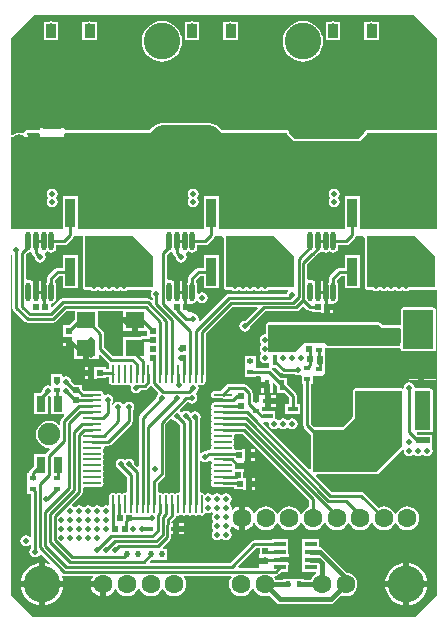
<source format=gbl>
G04 Layer_Physical_Order=4*
G04 Layer_Color=16711680*
%FSAX25Y25*%
%MOIN*%
G70*
G01*
G75*
%ADD10R,0.01772X0.02165*%
%ADD11R,0.02165X0.01772*%
%ADD14R,0.02047X0.02047*%
%ADD27R,0.02047X0.02047*%
%ADD40C,0.01000*%
%ADD41C,0.01500*%
%ADD43C,0.02000*%
%ADD45O,0.04724X0.07874*%
%ADD46C,0.12205*%
%ADD47C,0.06300*%
%ADD48C,0.07480*%
%ADD49C,0.02000*%
%ADD58R,0.03937X0.01772*%
%ADD59R,0.20866X0.05315*%
%ADD60R,0.03347X0.01772*%
%ADD61R,0.01772X0.03347*%
%ADD62R,0.04701X0.02205*%
%ADD63R,0.10630X0.04528*%
%ADD64R,0.07480X0.05315*%
%ADD65R,0.06102X0.09449*%
%ADD66R,0.03583X0.04803*%
%ADD67O,0.01772X0.06299*%
%ADD68R,0.22047X0.09606*%
%ADD69R,0.03504X0.09606*%
%ADD70R,0.06300X0.05500*%
%ADD71O,0.06102X0.00984*%
%ADD72O,0.00984X0.06102*%
%ADD73R,0.03347X0.01575*%
%ADD74R,0.09055X0.09055*%
%ADD75R,0.03150X0.05512*%
%ADD76R,0.12000X0.16000*%
G36*
X0669699Y0331500D02*
X0669699Y0321000D01*
X0647199Y0321000D01*
Y0338000D01*
X0663199Y0338000D01*
X0669699Y0331500D01*
D02*
G37*
G36*
X0622699D02*
X0622699Y0321000D01*
X0600199Y0321000D01*
Y0338000D01*
X0616199Y0338000D01*
X0622699Y0331500D01*
D02*
G37*
G36*
X0575699D02*
X0575699Y0321000D01*
X0553199Y0321000D01*
Y0338000D01*
X0569199Y0338000D01*
X0575699Y0331500D01*
D02*
G37*
G36*
X0646383Y0337500D02*
Y0321000D01*
X0646446Y0320688D01*
X0646622Y0320423D01*
X0646887Y0320246D01*
X0647199Y0320184D01*
X0648928D01*
X0649497Y0319804D01*
X0650199Y0319665D01*
X0650901Y0319804D01*
X0651449Y0320170D01*
X0651997Y0319804D01*
X0652699Y0319665D01*
X0653401Y0319804D01*
X0653949Y0320170D01*
X0654497Y0319804D01*
X0655199Y0319665D01*
X0655901Y0319804D01*
X0656449Y0320170D01*
X0656997Y0319804D01*
X0657699Y0319665D01*
X0658401Y0319804D01*
X0658949Y0320170D01*
X0659497Y0319804D01*
X0660199Y0319665D01*
X0660901Y0319804D01*
X0661470Y0320184D01*
X0669699D01*
X0670011Y0320246D01*
X0670078Y0320291D01*
X0670578Y0320043D01*
Y0218465D01*
X0663235Y0211122D01*
X0535664D01*
X0528321Y0218465D01*
Y0331604D01*
X0528821Y0331856D01*
X0528874Y0331817D01*
Y0314237D01*
X0528974Y0313730D01*
X0529262Y0313300D01*
X0532999Y0309563D01*
X0533429Y0309275D01*
X0533936Y0309174D01*
X0542462D01*
X0542969Y0309275D01*
X0543399Y0309563D01*
X0546911Y0313074D01*
X0549599D01*
Y0310349D01*
X0547648Y0308398D01*
X0545876D01*
Y0305449D01*
X0545676D01*
Y0304425D01*
X0547699D01*
Y0303425D01*
X0548699D01*
Y0301402D01*
X0549399D01*
Y0297000D01*
X0552549D01*
Y0300750D01*
X0554549D01*
Y0297000D01*
X0557699D01*
Y0298472D01*
X0558161Y0298664D01*
X0560862Y0295963D01*
X0560992Y0295876D01*
X0561218Y0295315D01*
X0561118Y0294811D01*
Y0293826D01*
X0560023D01*
Y0294324D01*
X0558258D01*
X0558199Y0294335D01*
X0558141Y0294324D01*
X0557073D01*
Y0294524D01*
X0556049D01*
Y0292500D01*
Y0290476D01*
X0557073D01*
Y0290676D01*
X0558141D01*
X0558199Y0290665D01*
X0558258Y0290676D01*
X0560023D01*
Y0291175D01*
X0561118D01*
Y0289693D01*
X0561218Y0289189D01*
X0561504Y0288761D01*
X0561931Y0288476D01*
X0562435Y0288375D01*
X0562940Y0288476D01*
X0563024Y0288532D01*
X0563420Y0288734D01*
X0563815Y0288532D01*
X0563900Y0288476D01*
X0564404Y0288375D01*
X0564908Y0288476D01*
X0564993Y0288532D01*
X0565388Y0288734D01*
X0565784Y0288532D01*
X0565868Y0288476D01*
X0566372Y0288375D01*
X0566877Y0288476D01*
X0566961Y0288532D01*
X0567357Y0288734D01*
X0567752Y0288532D01*
X0567837Y0288476D01*
X0568077Y0288428D01*
X0568103Y0288414D01*
X0568426Y0287958D01*
X0568440Y0287885D01*
X0568364Y0287500D01*
X0568504Y0286798D01*
X0568901Y0286202D01*
X0569497Y0285804D01*
X0570199Y0285665D01*
X0570901Y0285804D01*
X0571497Y0286202D01*
X0571880Y0286775D01*
X0572937D01*
X0573445Y0286876D01*
X0573875Y0287163D01*
X0574791Y0288080D01*
X0575371Y0287953D01*
X0577498Y0285827D01*
X0577449Y0285329D01*
X0577401Y0285298D01*
X0577004Y0284702D01*
X0576874Y0284049D01*
X0571341Y0278516D01*
X0571053Y0278086D01*
X0570952Y0277579D01*
Y0261275D01*
X0570490Y0261083D01*
X0569525Y0262049D01*
X0569395Y0262702D01*
X0568997Y0263298D01*
X0568401Y0263696D01*
X0567699Y0263835D01*
X0566997Y0263696D01*
X0566401Y0263298D01*
X0566397D01*
X0565801Y0263696D01*
X0565099Y0263835D01*
X0564397Y0263696D01*
X0563801Y0263298D01*
X0563404Y0262702D01*
X0563264Y0262000D01*
X0563404Y0261298D01*
X0563801Y0260702D01*
X0564397Y0260304D01*
X0564588Y0260266D01*
X0567015Y0257839D01*
Y0252987D01*
X0566515Y0252596D01*
X0566372Y0252625D01*
X0565868Y0252524D01*
X0565784Y0252468D01*
X0565388Y0252266D01*
X0564993Y0252468D01*
X0564908Y0252524D01*
X0564404Y0252625D01*
X0563900Y0252524D01*
X0563815Y0252468D01*
X0563420Y0252266D01*
X0563024Y0252468D01*
X0562940Y0252524D01*
X0562435Y0252625D01*
X0561931Y0252524D01*
X0561504Y0252239D01*
X0561218Y0251811D01*
X0561118Y0251307D01*
Y0248788D01*
X0561110Y0248748D01*
Y0248612D01*
X0560610Y0248254D01*
X0560199Y0248335D01*
X0559497Y0248196D01*
X0559037Y0247889D01*
X0558699Y0247832D01*
X0558361Y0247889D01*
X0557901Y0248196D01*
X0557199Y0248335D01*
X0556497Y0248196D01*
X0556037Y0247889D01*
X0555699Y0247832D01*
X0555361Y0247889D01*
X0554901Y0248196D01*
X0554199Y0248335D01*
X0553497Y0248196D01*
X0553037Y0247889D01*
X0552699Y0247832D01*
X0552361Y0247889D01*
X0551901Y0248196D01*
X0551199Y0248335D01*
X0550497Y0248196D01*
X0550037Y0247889D01*
X0549699Y0247832D01*
X0549361Y0247889D01*
X0548962Y0248155D01*
X0548803Y0248519D01*
X0548760Y0248661D01*
X0551973Y0251874D01*
X0552261Y0252304D01*
X0552362Y0252812D01*
Y0254014D01*
X0552862Y0254424D01*
X0552888Y0254419D01*
X0558006D01*
X0558510Y0254519D01*
X0558938Y0254805D01*
X0559223Y0255232D01*
X0559324Y0255736D01*
X0559223Y0256240D01*
X0559167Y0256325D01*
X0558965Y0256720D01*
X0559167Y0257116D01*
X0559223Y0257201D01*
X0559324Y0257705D01*
X0559223Y0258209D01*
X0559167Y0258293D01*
X0558965Y0258689D01*
X0559167Y0259085D01*
X0559223Y0259169D01*
X0559324Y0259673D01*
X0559223Y0260177D01*
X0559167Y0260262D01*
X0558965Y0260658D01*
X0559167Y0261053D01*
X0559223Y0261138D01*
X0559324Y0261642D01*
X0559223Y0262146D01*
X0559167Y0262230D01*
X0558965Y0262626D01*
X0559167Y0263022D01*
X0559223Y0263106D01*
X0559324Y0263610D01*
X0559223Y0264114D01*
X0559167Y0264199D01*
X0558965Y0264595D01*
X0559167Y0264990D01*
X0559223Y0265075D01*
X0559324Y0265579D01*
X0559223Y0266083D01*
X0559167Y0266167D01*
X0558965Y0266563D01*
X0559167Y0266959D01*
X0559223Y0267043D01*
X0559324Y0267547D01*
X0559295Y0267690D01*
X0559686Y0268190D01*
X0560683D01*
X0561191Y0268291D01*
X0561621Y0268579D01*
X0568636Y0275594D01*
X0568924Y0276024D01*
X0569025Y0276532D01*
Y0279744D01*
X0569395Y0280298D01*
X0569534Y0281000D01*
X0569395Y0281702D01*
X0568997Y0282298D01*
X0568401Y0282696D01*
X0567699Y0282835D01*
X0566997Y0282696D01*
X0566401Y0282298D01*
X0566250Y0282071D01*
X0565648D01*
X0565497Y0282298D01*
X0564901Y0282696D01*
X0564199Y0282835D01*
X0563497Y0282696D01*
X0562901Y0282298D01*
X0562579Y0281816D01*
X0562231Y0281969D01*
X0562133Y0282405D01*
X0562395Y0282798D01*
X0562534Y0283500D01*
X0562395Y0284202D01*
X0561997Y0284798D01*
X0561401Y0285196D01*
X0560699Y0285335D01*
X0559997Y0285196D01*
X0559793Y0285059D01*
X0559562Y0285160D01*
X0559309Y0285337D01*
X0559223Y0285768D01*
X0558938Y0286195D01*
X0558510Y0286481D01*
X0558006Y0286581D01*
X0555488D01*
X0555447Y0286589D01*
X0552587D01*
X0552023Y0287154D01*
Y0288473D01*
X0549600D01*
X0548525Y0289549D01*
X0548395Y0290202D01*
X0547997Y0290798D01*
X0547401Y0291196D01*
X0546699Y0291335D01*
X0546082Y0291213D01*
X0545582Y0291474D01*
Y0291957D01*
X0541816D01*
Y0288586D01*
X0541816D01*
Y0288414D01*
X0541316Y0288212D01*
X0540699Y0288335D01*
X0539997Y0288196D01*
X0539401Y0287798D01*
X0539004Y0287202D01*
X0538874Y0286549D01*
X0538087Y0285762D01*
X0536010D01*
Y0278650D01*
X0540760D01*
Y0284614D01*
X0541223Y0284766D01*
X0541719Y0284461D01*
Y0278650D01*
X0545933D01*
X0546140Y0278150D01*
X0545299Y0277309D01*
X0545012Y0276879D01*
X0544911Y0276372D01*
Y0275364D01*
X0544411Y0275252D01*
X0543519Y0275936D01*
X0542414Y0276393D01*
X0541229Y0276549D01*
X0540044Y0276393D01*
X0538940Y0275936D01*
X0537991Y0275208D01*
X0537263Y0274260D01*
X0536806Y0273155D01*
X0536650Y0271970D01*
X0536806Y0270785D01*
X0537263Y0269680D01*
X0537991Y0268732D01*
X0538940Y0268004D01*
X0540044Y0267547D01*
X0541143Y0267402D01*
X0541408Y0266961D01*
X0540262Y0265814D01*
X0539974Y0265384D01*
X0539956Y0265290D01*
X0536010D01*
Y0261233D01*
X0534762Y0259985D01*
X0534475Y0259555D01*
X0534374Y0259048D01*
Y0258958D01*
X0533816D01*
Y0255586D01*
X0533816Y0255586D01*
Y0255414D01*
X0533816D01*
X0533816Y0255086D01*
Y0252043D01*
X0535174D01*
Y0238026D01*
X0534909Y0237891D01*
X0534674Y0237832D01*
X0534130Y0238196D01*
X0533427Y0238335D01*
X0532725Y0238196D01*
X0532130Y0237798D01*
X0531732Y0237202D01*
X0531592Y0236500D01*
X0531732Y0235798D01*
X0532130Y0235202D01*
X0532725Y0234804D01*
X0533427Y0234665D01*
X0534130Y0234804D01*
X0534674Y0235168D01*
X0534909Y0235109D01*
X0535174Y0234974D01*
Y0234142D01*
X0535104Y0234095D01*
X0534706Y0233500D01*
X0534566Y0232798D01*
X0534706Y0232095D01*
X0535104Y0231500D01*
X0535699Y0231102D01*
X0536401Y0230962D01*
X0537104Y0231102D01*
X0537699Y0231500D01*
X0537962Y0231893D01*
X0538551Y0232011D01*
X0541453Y0229109D01*
X0541188Y0228667D01*
X0540091Y0229000D01*
X0539699Y0229038D01*
Y0223000D01*
X0545737D01*
X0545699Y0223392D01*
X0545311Y0224670D01*
X0545429Y0224826D01*
X0545705Y0225020D01*
X0546186Y0224924D01*
X0555637D01*
X0555858Y0224476D01*
X0555564Y0224093D01*
X0555146Y0223083D01*
X0555135Y0223000D01*
X0559189D01*
Y0222000D01*
X0560189D01*
Y0217946D01*
X0560272Y0217957D01*
X0561282Y0218375D01*
X0562149Y0219040D01*
X0562814Y0219907D01*
X0562964Y0220268D01*
X0563505D01*
X0563613Y0220008D01*
X0564246Y0219183D01*
X0565071Y0218550D01*
X0566032Y0218152D01*
X0567063Y0218016D01*
X0568094Y0218152D01*
X0569055Y0218550D01*
X0569880Y0219183D01*
X0570513Y0220008D01*
X0570729Y0220530D01*
X0571271D01*
X0571487Y0220008D01*
X0572120Y0219183D01*
X0572945Y0218550D01*
X0573906Y0218152D01*
X0574937Y0218016D01*
X0575968Y0218152D01*
X0576929Y0218550D01*
X0577754Y0219183D01*
X0578387Y0220008D01*
X0578616Y0220561D01*
X0579158D01*
X0579387Y0220008D01*
X0580020Y0219183D01*
X0580845Y0218550D01*
X0581806Y0218152D01*
X0582837Y0218016D01*
X0583868Y0218152D01*
X0584829Y0218550D01*
X0585654Y0219183D01*
X0586287Y0220008D01*
X0586685Y0220969D01*
X0586821Y0222000D01*
X0586685Y0223031D01*
X0586287Y0223992D01*
X0585955Y0224425D01*
X0586202Y0224924D01*
X0601698D01*
X0601944Y0224425D01*
X0601613Y0223992D01*
X0601215Y0223031D01*
X0601079Y0222000D01*
X0601215Y0220969D01*
X0601613Y0220008D01*
X0602246Y0219183D01*
X0603071Y0218550D01*
X0604032Y0218152D01*
X0605063Y0218016D01*
X0606094Y0218152D01*
X0607055Y0218550D01*
X0607880Y0219183D01*
X0608513Y0220008D01*
X0608729Y0220530D01*
X0609271D01*
X0609487Y0220008D01*
X0610120Y0219183D01*
X0610945Y0218550D01*
X0611906Y0218152D01*
X0612937Y0218016D01*
X0613968Y0218152D01*
X0614380Y0218322D01*
X0616819Y0215882D01*
X0617332Y0215540D01*
X0617937Y0215420D01*
X0634937D01*
X0635542Y0215540D01*
X0636055Y0215882D01*
X0638494Y0218322D01*
X0638906Y0218152D01*
X0639937Y0218016D01*
X0640968Y0218152D01*
X0641929Y0218550D01*
X0642754Y0219183D01*
X0643387Y0220008D01*
X0643785Y0220969D01*
X0643921Y0222000D01*
X0643785Y0223031D01*
X0643387Y0223992D01*
X0642754Y0224817D01*
X0641929Y0225450D01*
X0640968Y0225848D01*
X0640528Y0225906D01*
X0632537Y0233897D01*
X0632024Y0234240D01*
X0631420Y0234360D01*
X0631086D01*
Y0237024D01*
X0625549D01*
Y0233653D01*
Y0231094D01*
Y0228535D01*
Y0225976D01*
X0630032D01*
X0630132Y0225476D01*
X0630071Y0225450D01*
X0629246Y0224817D01*
X0628613Y0223992D01*
X0628442Y0223580D01*
X0626157D01*
Y0223883D01*
X0622785D01*
Y0223883D01*
X0622613D01*
Y0223883D01*
X0619242D01*
Y0223580D01*
X0616558D01*
X0616387Y0223992D01*
X0616055Y0224425D01*
X0616302Y0224924D01*
X0616670D01*
X0617177Y0225025D01*
X0617607Y0225313D01*
X0618270Y0225976D01*
X0620850D01*
Y0228335D01*
X0621049D01*
Y0229221D01*
X0620850D01*
Y0229347D01*
X0618081D01*
Y0231094D01*
X0620850D01*
Y0231221D01*
X0621049D01*
Y0232106D01*
X0620850D01*
Y0237024D01*
X0615312D01*
Y0236664D01*
X0609538D01*
X0609030Y0236563D01*
X0608601Y0236276D01*
X0601500Y0229175D01*
X0574859D01*
X0574668Y0229637D01*
X0575148Y0230117D01*
X0576842D01*
Y0230117D01*
X0577013D01*
Y0230117D01*
X0580385D01*
Y0231283D01*
X0580395Y0231298D01*
X0580534Y0232000D01*
X0580395Y0232702D01*
X0580385Y0232717D01*
Y0233883D01*
X0579135D01*
X0578944Y0234345D01*
X0581489Y0236890D01*
X0581777Y0237320D01*
X0581877Y0237827D01*
Y0238713D01*
X0582325D01*
Y0240500D01*
Y0242287D01*
X0581925D01*
Y0242928D01*
X0583058Y0244061D01*
X0583345Y0244491D01*
X0583356Y0244546D01*
X0583584Y0244971D01*
X0583908Y0244907D01*
X0584089Y0244871D01*
X0584593Y0244972D01*
X0584678Y0245028D01*
X0585073Y0245231D01*
X0585469Y0245028D01*
X0585553Y0244972D01*
X0586057Y0244871D01*
X0586561Y0244972D01*
X0586646Y0245028D01*
X0587042Y0245231D01*
X0587437Y0245028D01*
X0587522Y0244972D01*
X0588026Y0244871D01*
X0588530Y0244972D01*
X0588615Y0245028D01*
X0589010Y0245231D01*
X0589406Y0245028D01*
X0589490Y0244972D01*
X0589994Y0244871D01*
X0590498Y0244972D01*
X0590583Y0245028D01*
X0590979Y0245231D01*
X0591374Y0245028D01*
X0591459Y0244972D01*
X0591963Y0244871D01*
X0592467Y0244972D01*
X0592895Y0245257D01*
X0593180Y0245685D01*
X0593705Y0245763D01*
X0594199Y0245665D01*
X0594901Y0245804D01*
X0595278Y0246056D01*
X0595558Y0245951D01*
X0595665Y0245444D01*
X0595504Y0245202D01*
X0595364Y0244500D01*
X0595504Y0243798D01*
X0595901Y0243202D01*
Y0242798D01*
X0595504Y0242202D01*
X0595364Y0241500D01*
X0595504Y0240798D01*
X0595901Y0240202D01*
Y0239798D01*
X0595504Y0239202D01*
X0595364Y0238500D01*
X0595504Y0237798D01*
X0595901Y0237202D01*
X0596497Y0236804D01*
X0597199Y0236665D01*
X0597901Y0236804D01*
X0598361Y0237111D01*
X0598699Y0237168D01*
X0599037Y0237111D01*
X0599497Y0236804D01*
X0600199Y0236665D01*
X0600901Y0236804D01*
X0601497Y0237202D01*
X0601895Y0237798D01*
X0602034Y0238500D01*
X0601895Y0239202D01*
X0601497Y0239798D01*
Y0240202D01*
X0601895Y0240798D01*
X0601924Y0240945D01*
X0602459Y0241070D01*
X0602481Y0241040D01*
X0603348Y0240375D01*
X0604358Y0239957D01*
X0604441Y0239946D01*
Y0244000D01*
Y0248054D01*
X0604358Y0248043D01*
X0603348Y0247625D01*
X0602481Y0246960D01*
X0602421Y0246882D01*
X0601954Y0247094D01*
X0602034Y0247500D01*
X0601895Y0248202D01*
X0601497Y0248798D01*
Y0249202D01*
X0601895Y0249798D01*
X0602034Y0250500D01*
X0601895Y0251202D01*
X0601497Y0251798D01*
X0600901Y0252196D01*
X0600199Y0252335D01*
X0599497Y0252196D01*
X0598901Y0251798D01*
X0598497D01*
X0597901Y0252196D01*
X0597199Y0252335D01*
X0596497Y0252196D01*
X0595901Y0251798D01*
X0595497D01*
X0594901Y0252196D01*
X0594199Y0252335D01*
X0593497Y0252196D01*
X0593100Y0251931D01*
X0592895Y0252239D01*
X0592467Y0252524D01*
X0591963Y0252625D01*
X0591820Y0252596D01*
X0591320Y0252987D01*
Y0263173D01*
X0591820Y0263324D01*
X0591901Y0263202D01*
X0592497Y0262804D01*
X0593199Y0262665D01*
X0593901Y0262804D01*
X0594449Y0263170D01*
X0594711Y0263128D01*
X0594985Y0263034D01*
X0594986Y0263028D01*
X0595316Y0262534D01*
X0595343Y0262398D01*
X0595175Y0262146D01*
X0595075Y0261642D01*
X0595175Y0261138D01*
X0595231Y0261053D01*
X0595434Y0260658D01*
X0595231Y0260262D01*
X0595175Y0260177D01*
X0595075Y0259673D01*
X0595175Y0259169D01*
X0595231Y0259085D01*
X0595434Y0258689D01*
X0595231Y0258293D01*
X0595175Y0258209D01*
X0595075Y0257705D01*
X0595175Y0257201D01*
X0595231Y0257116D01*
X0595434Y0256720D01*
X0595231Y0256325D01*
X0595175Y0256240D01*
X0595075Y0255736D01*
X0595175Y0255232D01*
X0595461Y0254805D01*
X0595888Y0254519D01*
X0596392Y0254419D01*
X0598911D01*
X0598951Y0254411D01*
X0602801D01*
Y0253676D01*
X0604566D01*
X0604624Y0253665D01*
X0604683Y0253676D01*
X0605750D01*
Y0253476D01*
X0606774D01*
Y0255500D01*
Y0257524D01*
X0605824D01*
Y0259551D01*
X0606024D01*
Y0260575D01*
X0604000D01*
Y0262575D01*
X0606024D01*
Y0262976D01*
X0606575D01*
Y0265000D01*
Y0267024D01*
X0605551D01*
Y0266824D01*
X0604252D01*
X0603847Y0266904D01*
X0603190D01*
X0602799Y0267404D01*
X0602828Y0267547D01*
X0602727Y0268051D01*
X0602671Y0268136D01*
X0602469Y0268531D01*
X0602671Y0268927D01*
X0602727Y0269012D01*
X0602828Y0269516D01*
X0602727Y0270020D01*
X0602671Y0270104D01*
X0602469Y0270500D01*
X0602671Y0270896D01*
X0602727Y0270980D01*
X0602828Y0271484D01*
X0602799Y0271627D01*
X0603190Y0272127D01*
X0605613D01*
X0627764Y0249977D01*
Y0247726D01*
X0627097Y0247450D01*
X0626272Y0246817D01*
X0625639Y0245992D01*
X0625410Y0245439D01*
X0624868D01*
X0624639Y0245992D01*
X0624006Y0246817D01*
X0623181Y0247450D01*
X0622220Y0247848D01*
X0621189Y0247984D01*
X0620158Y0247848D01*
X0619197Y0247450D01*
X0618372Y0246817D01*
X0617739Y0245992D01*
X0617523Y0245470D01*
X0616981D01*
X0616765Y0245992D01*
X0616132Y0246817D01*
X0615307Y0247450D01*
X0614346Y0247848D01*
X0613315Y0247984D01*
X0612284Y0247848D01*
X0611323Y0247450D01*
X0610498Y0246817D01*
X0609865Y0245992D01*
X0609757Y0245732D01*
X0609216D01*
X0609066Y0246093D01*
X0608401Y0246960D01*
X0607534Y0247625D01*
X0606524Y0248043D01*
X0606441Y0248054D01*
Y0244000D01*
Y0239946D01*
X0606524Y0239957D01*
X0607534Y0240375D01*
X0608401Y0241040D01*
X0609066Y0241907D01*
X0609216Y0242268D01*
X0609757D01*
X0609865Y0242008D01*
X0610498Y0241183D01*
X0611323Y0240550D01*
X0612284Y0240152D01*
X0613315Y0240016D01*
X0614346Y0240152D01*
X0615307Y0240550D01*
X0616132Y0241183D01*
X0616765Y0242008D01*
X0616981Y0242530D01*
X0617523D01*
X0617739Y0242008D01*
X0618372Y0241183D01*
X0619197Y0240550D01*
X0620158Y0240152D01*
X0621189Y0240016D01*
X0622220Y0240152D01*
X0623181Y0240550D01*
X0624006Y0241183D01*
X0624639Y0242008D01*
X0624868Y0242561D01*
X0625410D01*
X0625639Y0242008D01*
X0626272Y0241183D01*
X0627097Y0240550D01*
X0628058Y0240152D01*
X0629089Y0240016D01*
X0630120Y0240152D01*
X0631081Y0240550D01*
X0631906Y0241183D01*
X0632539Y0242008D01*
X0632768Y0242561D01*
X0633310D01*
X0633539Y0242008D01*
X0634172Y0241183D01*
X0634997Y0240550D01*
X0635958Y0240152D01*
X0636989Y0240016D01*
X0638020Y0240152D01*
X0638981Y0240550D01*
X0639806Y0241183D01*
X0640439Y0242008D01*
X0640629Y0242467D01*
X0641171D01*
X0641361Y0242008D01*
X0641994Y0241183D01*
X0642819Y0240550D01*
X0643780Y0240152D01*
X0644811Y0240016D01*
X0645842Y0240152D01*
X0646803Y0240550D01*
X0647628Y0241183D01*
X0648261Y0242008D01*
X0648477Y0242530D01*
X0649019D01*
X0649235Y0242008D01*
X0649868Y0241183D01*
X0650693Y0240550D01*
X0651654Y0240152D01*
X0652685Y0240016D01*
X0653716Y0240152D01*
X0654677Y0240550D01*
X0655502Y0241183D01*
X0656135Y0242008D01*
X0656352Y0242530D01*
X0656893D01*
X0657109Y0242008D01*
X0657742Y0241183D01*
X0658567Y0240550D01*
X0659528Y0240152D01*
X0660559Y0240016D01*
X0661590Y0240152D01*
X0662551Y0240550D01*
X0663376Y0241183D01*
X0664009Y0242008D01*
X0664407Y0242969D01*
X0664543Y0244000D01*
X0664407Y0245031D01*
X0664009Y0245992D01*
X0663376Y0246817D01*
X0662551Y0247450D01*
X0661590Y0247848D01*
X0660559Y0247984D01*
X0659528Y0247848D01*
X0658567Y0247450D01*
X0657742Y0246817D01*
X0657109Y0245992D01*
X0656893Y0245470D01*
X0656352D01*
X0656135Y0245992D01*
X0655502Y0246817D01*
X0654677Y0247450D01*
X0653716Y0247848D01*
X0652685Y0247984D01*
X0651654Y0247848D01*
X0650987Y0247572D01*
X0646122Y0252437D01*
X0645692Y0252725D01*
X0645185Y0252825D01*
X0635452D01*
X0630103Y0258175D01*
X0630147Y0258396D01*
X0630294Y0258678D01*
X0630301Y0258684D01*
X0633101D01*
X0633199Y0258665D01*
X0633298Y0258684D01*
X0636101D01*
X0636199Y0258665D01*
X0636298Y0258684D01*
X0639101D01*
X0639199Y0258665D01*
X0639298Y0258684D01*
X0650199D01*
X0650511Y0258746D01*
X0650776Y0258923D01*
X0650776Y0258923D01*
X0658979Y0267126D01*
X0659439Y0266880D01*
X0659364Y0266500D01*
X0659504Y0265798D01*
X0659901Y0265202D01*
X0660497Y0264804D01*
X0661199Y0264665D01*
X0661901Y0264804D01*
X0662361Y0265111D01*
X0662699Y0265168D01*
X0663037Y0265111D01*
X0663497Y0264804D01*
X0664199Y0264665D01*
X0664901Y0264804D01*
X0665361Y0265111D01*
X0665699Y0265168D01*
X0666037Y0265111D01*
X0666497Y0264804D01*
X0667199Y0264665D01*
X0667901Y0264804D01*
X0668497Y0265202D01*
X0668895Y0265798D01*
X0669034Y0266500D01*
X0668895Y0267202D01*
X0668631Y0267598D01*
X0668751Y0268098D01*
X0668751D01*
Y0271902D01*
X0663910D01*
X0663658Y0272221D01*
X0663861Y0272684D01*
X0668199D01*
X0668511Y0272746D01*
X0668776Y0272923D01*
X0668953Y0273188D01*
X0669015Y0273500D01*
Y0275401D01*
X0669034Y0275500D01*
X0669015Y0275599D01*
Y0278401D01*
X0669034Y0278500D01*
X0669015Y0278598D01*
Y0281401D01*
X0669034Y0281500D01*
X0669015Y0281598D01*
Y0284401D01*
X0669034Y0284500D01*
X0669015Y0284598D01*
Y0286500D01*
X0668953Y0286812D01*
X0668776Y0287077D01*
X0668511Y0287254D01*
X0668199Y0287316D01*
X0663508D01*
X0663129Y0287463D01*
X0662978Y0287782D01*
X0662895Y0288202D01*
X0662497Y0288798D01*
X0661901Y0289196D01*
X0661199Y0289335D01*
X0660497Y0289196D01*
X0659901Y0288798D01*
X0659504Y0288202D01*
X0659379Y0287576D01*
X0659123Y0287378D01*
X0658901Y0287266D01*
X0658650Y0287316D01*
X0643199Y0287316D01*
X0642887Y0287254D01*
X0642622Y0287077D01*
X0642446Y0286812D01*
X0642383Y0286500D01*
Y0277838D01*
X0642199Y0277654D01*
Y0277500D01*
X0639199Y0274500D01*
X0639046D01*
X0638861Y0274316D01*
X0636298D01*
X0636199Y0274335D01*
X0636101Y0274316D01*
X0633298D01*
X0633199Y0274335D01*
X0633101Y0274316D01*
X0630298D01*
X0630199Y0274335D01*
X0630101Y0274316D01*
X0629702D01*
X0629518Y0274500D01*
X0629199D01*
Y0274819D01*
X0628525Y0275493D01*
Y0288814D01*
X0629082D01*
X0629116Y0288329D01*
Y0288317D01*
X0629199D01*
Y0291500D01*
X0632199D01*
X0633082Y0292383D01*
Y0295145D01*
X0633083Y0295151D01*
X0633098D01*
Y0295224D01*
X0633182Y0295647D01*
X0633098Y0296070D01*
Y0298798D01*
X0633082D01*
Y0300811D01*
X0633544Y0301002D01*
X0633622Y0300923D01*
X0633887Y0300746D01*
X0634199Y0300684D01*
X0634199Y0300684D01*
X0658199D01*
X0658383Y0300533D01*
Y0300500D01*
X0658446Y0300188D01*
X0658622Y0299923D01*
X0658887Y0299746D01*
X0659199Y0299684D01*
X0669199D01*
X0669511Y0299746D01*
X0669776Y0299923D01*
X0669953Y0300188D01*
X0670015Y0300500D01*
Y0313500D01*
X0669953Y0313812D01*
X0669776Y0314077D01*
X0669511Y0314254D01*
X0669199Y0314316D01*
X0659199D01*
X0658887Y0314254D01*
X0658622Y0314077D01*
X0658446Y0313812D01*
X0658383Y0313500D01*
Y0311598D01*
X0658364Y0311500D01*
X0658383Y0311402D01*
Y0308789D01*
X0658254Y0308457D01*
X0657891Y0308316D01*
X0652537D01*
X0651776Y0309077D01*
X0651511Y0309254D01*
X0651199Y0309316D01*
X0651199Y0309316D01*
X0614199D01*
X0613887Y0309254D01*
X0613622Y0309077D01*
X0613446Y0308812D01*
X0613383Y0308500D01*
X0613383Y0305486D01*
X0613199Y0305335D01*
X0612497Y0305196D01*
X0611901Y0304798D01*
X0611504Y0304202D01*
X0611364Y0303500D01*
X0611504Y0302798D01*
X0611901Y0302202D01*
Y0301798D01*
X0611504Y0301202D01*
X0611364Y0300500D01*
X0611504Y0299798D01*
X0611901Y0299202D01*
Y0298798D01*
X0611504Y0298202D01*
X0611364Y0297500D01*
X0611504Y0296798D01*
X0611901Y0296202D01*
X0612497Y0295804D01*
X0613199Y0295665D01*
X0613901Y0295804D01*
X0614092Y0295932D01*
X0614592Y0295664D01*
Y0294536D01*
X0614482Y0294149D01*
X0614144Y0294054D01*
X0610435D01*
X0610082Y0294407D01*
X0610082Y0294914D01*
Y0297957D01*
X0608916D01*
X0608901Y0297967D01*
X0608199Y0298107D01*
X0607497Y0297967D01*
X0607482Y0297957D01*
X0606316D01*
Y0294914D01*
X0606316Y0294586D01*
X0606316Y0294086D01*
Y0291042D01*
X0610082D01*
Y0291403D01*
X0611551D01*
X0611833Y0291020D01*
Y0289347D01*
X0613719D01*
Y0288347D01*
X0614718D01*
Y0285673D01*
X0615604D01*
Y0289051D01*
X0616066Y0289242D01*
X0617151Y0288158D01*
Y0285873D01*
X0619435D01*
X0621027Y0284281D01*
Y0282186D01*
X0619879D01*
Y0278814D01*
X0624826D01*
Y0282186D01*
X0623678D01*
Y0284830D01*
X0623577Y0285338D01*
X0623290Y0285768D01*
X0620522Y0288535D01*
Y0290820D01*
X0618238D01*
X0615392Y0293666D01*
X0615370Y0293680D01*
X0615522Y0294180D01*
X0616719D01*
X0618337Y0292563D01*
X0618767Y0292275D01*
X0619274Y0292175D01*
X0622943D01*
X0623497Y0291804D01*
X0624199Y0291665D01*
X0624816Y0291788D01*
X0625316Y0291526D01*
Y0288814D01*
X0625874D01*
Y0274944D01*
X0625975Y0274437D01*
X0626262Y0274007D01*
X0628383Y0271885D01*
Y0269599D01*
X0628364Y0269500D01*
X0628383Y0269402D01*
Y0266599D01*
X0628364Y0266500D01*
X0628383Y0266402D01*
Y0263598D01*
X0628364Y0263500D01*
X0628383Y0263402D01*
Y0260601D01*
X0628377Y0260595D01*
X0628095Y0260447D01*
X0627874Y0260404D01*
X0612485Y0275793D01*
X0612676Y0276255D01*
X0614004D01*
X0614415Y0275755D01*
X0614364Y0275500D01*
X0614504Y0274798D01*
X0614901Y0274202D01*
X0615497Y0273804D01*
X0616199Y0273665D01*
X0616901Y0273804D01*
X0617361Y0274111D01*
X0617699Y0274168D01*
X0618037Y0274111D01*
X0618497Y0273804D01*
X0619199Y0273665D01*
X0619901Y0273804D01*
X0620361Y0274111D01*
X0620699Y0274168D01*
X0621037Y0274111D01*
X0621497Y0273804D01*
X0622199Y0273665D01*
X0622901Y0273804D01*
X0623497Y0274202D01*
X0623895Y0274798D01*
X0624034Y0275500D01*
X0623895Y0276202D01*
X0623497Y0276798D01*
X0622901Y0277196D01*
X0622199Y0277335D01*
X0621497Y0277196D01*
X0621037Y0276889D01*
X0620699Y0276832D01*
X0620361Y0276889D01*
X0619901Y0277196D01*
X0619199Y0277335D01*
X0618497Y0277196D01*
X0618037Y0276889D01*
X0617699Y0276832D01*
X0617361Y0276889D01*
X0616901Y0277196D01*
X0616519Y0277272D01*
Y0279627D01*
X0612175D01*
X0612082Y0279720D01*
Y0281173D01*
X0613046D01*
Y0283059D01*
Y0284945D01*
X0612282D01*
Y0285157D01*
X0611199D01*
Y0283272D01*
X0609199D01*
Y0285157D01*
X0609025D01*
Y0285753D01*
X0608924Y0286260D01*
X0608636Y0286690D01*
X0606889Y0288437D01*
X0606459Y0288725D01*
X0605952Y0288825D01*
X0601187D01*
X0600680Y0288725D01*
X0600250Y0288437D01*
X0598394Y0286581D01*
X0596392D01*
X0595888Y0286481D01*
X0595461Y0286195D01*
X0595175Y0285768D01*
X0595075Y0285264D01*
X0595175Y0284760D01*
X0595343Y0284507D01*
X0595316Y0284371D01*
X0595266Y0284295D01*
X0595515D01*
X0595888Y0284046D01*
X0596392Y0283946D01*
X0598911D01*
X0598951Y0283938D01*
Y0282652D01*
X0598911Y0282644D01*
X0596392D01*
X0595888Y0282544D01*
X0595515Y0282295D01*
X0595266D01*
X0595316Y0282220D01*
X0595343Y0282083D01*
X0595175Y0281831D01*
X0595075Y0281327D01*
X0595175Y0280823D01*
X0595231Y0280738D01*
X0595434Y0280343D01*
X0595231Y0279947D01*
X0595175Y0279862D01*
X0595075Y0279358D01*
X0595175Y0278854D01*
X0595231Y0278770D01*
X0595434Y0278374D01*
X0595231Y0277978D01*
X0595175Y0277894D01*
X0595075Y0277390D01*
X0595175Y0276886D01*
X0595231Y0276801D01*
X0595434Y0276406D01*
X0595231Y0276010D01*
X0595175Y0275925D01*
X0595075Y0275421D01*
X0595175Y0274917D01*
X0595231Y0274833D01*
X0595434Y0274437D01*
X0595231Y0274041D01*
X0595175Y0273957D01*
X0595075Y0273453D01*
X0595175Y0272949D01*
X0595231Y0272864D01*
X0595434Y0272468D01*
X0595231Y0272073D01*
X0595175Y0271988D01*
X0595075Y0271484D01*
X0595175Y0270980D01*
X0595231Y0270896D01*
X0595434Y0270500D01*
X0595231Y0270104D01*
X0595175Y0270020D01*
X0595075Y0269516D01*
X0595175Y0269012D01*
X0595231Y0268927D01*
X0595434Y0268531D01*
X0595231Y0268136D01*
X0595175Y0268051D01*
X0595075Y0267547D01*
X0595103Y0267404D01*
X0594712Y0266904D01*
X0594278D01*
X0593771Y0266803D01*
X0593341Y0266516D01*
X0593150Y0266325D01*
X0592497Y0266196D01*
X0591901Y0265798D01*
X0591820Y0265676D01*
X0591320Y0265827D01*
Y0276946D01*
X0591491Y0277202D01*
X0591631Y0277904D01*
X0591491Y0278606D01*
X0591093Y0279202D01*
X0590498Y0279599D01*
X0589795Y0279739D01*
X0589093Y0279599D01*
X0588498Y0279202D01*
X0588209D01*
X0587972Y0279314D01*
X0587401Y0279696D01*
X0586699Y0279835D01*
X0585997Y0279696D01*
X0585401Y0279298D01*
X0584997D01*
X0584746Y0279465D01*
X0584683Y0280109D01*
X0587248Y0282675D01*
X0587443D01*
X0587997Y0282304D01*
X0588699Y0282165D01*
X0589401Y0282304D01*
X0589997Y0282702D01*
X0590395Y0283298D01*
X0590534Y0284000D01*
X0590395Y0284702D01*
X0589997Y0285298D01*
X0589979Y0285310D01*
X0589954Y0285467D01*
X0590020Y0285884D01*
X0590497Y0286202D01*
X0590895Y0286798D01*
X0591034Y0287500D01*
X0590895Y0288202D01*
X0590836Y0288291D01*
X0591178Y0288633D01*
X0591374Y0288532D01*
X0591459Y0288476D01*
X0591963Y0288375D01*
X0592467Y0288476D01*
X0592895Y0288761D01*
X0593180Y0289189D01*
X0593280Y0289693D01*
Y0292212D01*
X0593288Y0292252D01*
Y0305715D01*
X0602148Y0314575D01*
X0610411D01*
X0610602Y0314113D01*
X0606315Y0309825D01*
X0605661Y0309696D01*
X0605066Y0309298D01*
X0604668Y0308702D01*
X0604529Y0308000D01*
X0604668Y0307298D01*
X0605066Y0306702D01*
X0605661Y0306304D01*
X0606364Y0306165D01*
X0607066Y0306304D01*
X0607662Y0306702D01*
X0608059Y0307298D01*
X0608189Y0307951D01*
X0613213Y0312975D01*
X0623474D01*
X0623981Y0313075D01*
X0624411Y0313363D01*
X0625899Y0314851D01*
X0627187Y0313563D01*
X0627618Y0313275D01*
X0628125Y0313175D01*
X0628801D01*
Y0312676D01*
X0631750D01*
Y0312476D01*
X0632774D01*
Y0314500D01*
X0633774D01*
Y0315500D01*
X0635798D01*
Y0315519D01*
X0635839Y0315553D01*
X0636496Y0315684D01*
X0637054Y0316056D01*
X0637427Y0316614D01*
X0637557Y0317272D01*
Y0321799D01*
X0637427Y0322457D01*
X0637164Y0322850D01*
Y0323590D01*
X0638484Y0324911D01*
X0639672D01*
Y0320633D01*
X0644776D01*
Y0331839D01*
X0639672D01*
Y0327562D01*
X0637935D01*
X0637428Y0327461D01*
X0636998Y0327173D01*
X0634901Y0325077D01*
X0634614Y0324647D01*
X0634513Y0324139D01*
Y0323773D01*
X0634279Y0323649D01*
Y0322501D01*
X0634250Y0322457D01*
X0634120Y0321799D01*
Y0319535D01*
X0632279D01*
Y0323399D01*
X0632000Y0323212D01*
X0631720Y0323399D01*
Y0319535D01*
X0629881D01*
Y0321799D01*
X0629750Y0322457D01*
X0629720Y0322501D01*
Y0323399D01*
X0629361Y0323159D01*
X0629299Y0323066D01*
X0628819Y0323387D01*
X0628161Y0323518D01*
X0627725Y0323431D01*
X0627225Y0323756D01*
Y0328651D01*
X0629711Y0331137D01*
X0629921Y0331278D01*
X0631226Y0332582D01*
X0631378Y0332613D01*
X0631609Y0332767D01*
X0632000Y0332955D01*
X0632391Y0332767D01*
X0632622Y0332613D01*
X0633280Y0332482D01*
X0633937Y0332613D01*
X0634168Y0332767D01*
X0634559Y0332955D01*
X0634950Y0332767D01*
X0635181Y0332613D01*
X0635839Y0332482D01*
X0636496Y0332613D01*
X0637054Y0332985D01*
X0637427Y0333543D01*
X0637557Y0334201D01*
Y0335139D01*
X0640164D01*
X0640671Y0335240D01*
X0641101Y0335527D01*
X0643162Y0337588D01*
X0643437Y0338000D01*
X0645883D01*
X0646383Y0337500D01*
D02*
G37*
G36*
X0599383Y0337500D02*
Y0321000D01*
X0599445Y0320688D01*
X0599622Y0320423D01*
X0599887Y0320246D01*
X0600199Y0320184D01*
X0601928D01*
X0602497Y0319804D01*
X0603199Y0319665D01*
X0603901Y0319804D01*
X0604449Y0320170D01*
X0604997Y0319804D01*
X0605699Y0319665D01*
X0606401Y0319804D01*
X0606949Y0320170D01*
X0607497Y0319804D01*
X0608199Y0319665D01*
X0608901Y0319804D01*
X0609449Y0320170D01*
X0609997Y0319804D01*
X0610699Y0319665D01*
X0611401Y0319804D01*
X0611949Y0320170D01*
X0612497Y0319804D01*
X0613199Y0319665D01*
X0613901Y0319804D01*
X0614470Y0320184D01*
X0620648D01*
X0620826Y0319684D01*
X0620504Y0319202D01*
X0620429Y0318826D01*
X0600936D01*
X0600429Y0318725D01*
X0599999Y0318437D01*
X0591416Y0309854D01*
X0590955Y0310100D01*
X0591034Y0310500D01*
X0590895Y0311202D01*
X0590497Y0311798D01*
X0589901Y0312196D01*
X0589236Y0312328D01*
X0589192Y0312343D01*
X0588798Y0312765D01*
Y0313500D01*
X0586774D01*
Y0315500D01*
X0588798D01*
Y0315519D01*
X0588839Y0315553D01*
X0589496Y0315684D01*
X0590054Y0316056D01*
X0590226Y0316313D01*
X0590827D01*
X0590901Y0316202D01*
X0591497Y0315804D01*
X0592199Y0315665D01*
X0592901Y0315804D01*
X0593497Y0316202D01*
X0593895Y0316798D01*
X0594034Y0317500D01*
X0593895Y0318202D01*
X0593497Y0318798D01*
X0592901Y0319196D01*
X0592199Y0319335D01*
X0591497Y0319196D01*
X0591057Y0318902D01*
X0590557Y0319114D01*
Y0321799D01*
X0590427Y0322457D01*
X0590164Y0322850D01*
Y0323590D01*
X0591484Y0324911D01*
X0592672D01*
Y0320633D01*
X0597776D01*
Y0331839D01*
X0592672D01*
Y0327562D01*
X0590935D01*
X0590428Y0327461D01*
X0589998Y0327173D01*
X0587901Y0325077D01*
X0587614Y0324647D01*
X0587513Y0324139D01*
Y0323773D01*
X0587280Y0323649D01*
Y0322501D01*
X0587250Y0322457D01*
X0587119Y0321799D01*
Y0319535D01*
X0585280D01*
Y0323399D01*
X0585000Y0323212D01*
X0584721Y0323399D01*
Y0319535D01*
X0582880D01*
Y0321799D01*
X0582750Y0322457D01*
X0582721Y0322501D01*
Y0323399D01*
X0582361Y0323159D01*
X0582299Y0323066D01*
X0581819Y0323387D01*
X0581161Y0323518D01*
X0581001Y0323486D01*
X0580501Y0323897D01*
Y0331927D01*
X0581073Y0332500D01*
X0581161Y0332482D01*
X0581819Y0332613D01*
X0581895Y0332663D01*
X0582086Y0332621D01*
X0582423Y0332415D01*
X0582496Y0332046D01*
X0582783Y0331616D01*
X0583399Y0331001D01*
X0583529Y0330347D01*
X0583927Y0329752D01*
X0584522Y0329354D01*
X0585224Y0329214D01*
X0585927Y0329354D01*
X0586522Y0329752D01*
X0586920Y0330347D01*
X0587060Y0331050D01*
X0586920Y0331752D01*
X0586715Y0332059D01*
X0586937Y0332612D01*
X0586943Y0332617D01*
X0587168Y0332767D01*
X0587559Y0332955D01*
X0587950Y0332767D01*
X0588181Y0332613D01*
X0588839Y0332482D01*
X0589496Y0332613D01*
X0590054Y0332985D01*
X0590427Y0333543D01*
X0590557Y0334201D01*
Y0335139D01*
X0593164D01*
X0593671Y0335240D01*
X0594101Y0335527D01*
X0596162Y0337588D01*
X0596437Y0338000D01*
X0598883D01*
X0599383Y0337500D01*
D02*
G37*
G36*
X0552383Y0321000D02*
X0552446Y0320688D01*
X0552622Y0320423D01*
X0552887Y0320246D01*
X0553199Y0320184D01*
X0554928D01*
X0555497Y0319804D01*
X0556199Y0319665D01*
X0556901Y0319804D01*
X0557449Y0320170D01*
X0557997Y0319804D01*
X0558699Y0319665D01*
X0559401Y0319804D01*
X0559949Y0320170D01*
X0560497Y0319804D01*
X0561199Y0319665D01*
X0561901Y0319804D01*
X0562449Y0320170D01*
X0562997Y0319804D01*
X0563699Y0319665D01*
X0564401Y0319804D01*
X0564949Y0320170D01*
X0565497Y0319804D01*
X0566199Y0319665D01*
X0566901Y0319804D01*
X0567470Y0320184D01*
X0575134D01*
X0575401Y0319684D01*
X0575232Y0319431D01*
X0575092Y0318728D01*
X0575232Y0318026D01*
X0575602Y0317472D01*
Y0316888D01*
X0575140Y0316696D01*
X0574899Y0316937D01*
X0574469Y0317225D01*
X0573962Y0317325D01*
X0545699D01*
X0545192Y0317225D01*
X0544762Y0316937D01*
X0542260Y0314435D01*
X0541797Y0314626D01*
Y0315519D01*
X0541839Y0315553D01*
X0542496Y0315684D01*
X0543054Y0316056D01*
X0543427Y0316614D01*
X0543557Y0317272D01*
Y0321799D01*
X0543427Y0322457D01*
X0543164Y0322850D01*
Y0323590D01*
X0544484Y0324911D01*
X0545672D01*
Y0320633D01*
X0550776D01*
Y0331839D01*
X0545672D01*
Y0327562D01*
X0543935D01*
X0543428Y0327461D01*
X0542998Y0327173D01*
X0540901Y0325077D01*
X0540614Y0324647D01*
X0540513Y0324139D01*
Y0323773D01*
X0540279Y0323649D01*
Y0322501D01*
X0540250Y0322457D01*
X0540120Y0321799D01*
Y0319535D01*
X0538279D01*
Y0323399D01*
X0538000Y0323212D01*
X0537720Y0323399D01*
Y0319535D01*
X0535881D01*
Y0321799D01*
X0535750Y0322457D01*
X0535720Y0322501D01*
Y0323399D01*
X0535361Y0323159D01*
X0535299Y0323066D01*
X0534819Y0323387D01*
X0534161Y0323518D01*
X0534001Y0323486D01*
X0533501Y0323897D01*
Y0331958D01*
X0534048Y0332505D01*
X0534161Y0332482D01*
X0534819Y0332613D01*
X0534895Y0332663D01*
X0535086Y0332621D01*
X0535423Y0332415D01*
X0535496Y0332046D01*
X0535783Y0331616D01*
X0536399Y0331001D01*
X0536529Y0330347D01*
X0536927Y0329752D01*
X0537522Y0329354D01*
X0538224Y0329214D01*
X0538927Y0329354D01*
X0539522Y0329752D01*
X0539920Y0330347D01*
X0540060Y0331050D01*
X0539920Y0331752D01*
X0539715Y0332059D01*
X0539937Y0332612D01*
X0539943Y0332617D01*
X0540168Y0332767D01*
X0540559Y0332955D01*
X0540950Y0332767D01*
X0541181Y0332613D01*
X0541839Y0332482D01*
X0542496Y0332613D01*
X0543054Y0332985D01*
X0543427Y0333543D01*
X0543557Y0334201D01*
Y0335139D01*
X0546164D01*
X0546671Y0335240D01*
X0547101Y0335527D01*
X0549162Y0337588D01*
X0549437Y0338000D01*
X0552383D01*
Y0321000D01*
D02*
G37*
G36*
X0652199Y0307500D02*
X0658199D01*
Y0301500D01*
X0634199D01*
X0633199Y0302500D01*
X0633199Y0302500D01*
X0626199D01*
X0623199Y0299500D01*
X0623199Y0299500D01*
X0614199D01*
X0614199Y0308500D01*
X0651199D01*
X0651199Y0308500D01*
X0652199Y0307500D01*
D02*
G37*
G36*
X0658650Y0286500D02*
Y0267951D01*
X0650199Y0259500D01*
X0629199D01*
Y0273500D01*
X0639199D01*
X0643199Y0277500D01*
Y0286500D01*
X0658650Y0286500D01*
D02*
G37*
G36*
X0582234Y0276953D02*
X0582401Y0276702D01*
X0582997Y0276304D01*
X0583650Y0276174D01*
X0584732Y0275093D01*
Y0252987D01*
X0584232Y0252596D01*
X0584089Y0252625D01*
X0583585Y0252524D01*
X0583500Y0252468D01*
X0583105Y0252266D01*
X0582709Y0252468D01*
X0582624Y0252524D01*
X0582120Y0252625D01*
X0581616Y0252524D01*
X0581532Y0252468D01*
X0581136Y0252266D01*
X0580740Y0252468D01*
X0580656Y0252524D01*
X0580152Y0252625D01*
X0579648Y0252524D01*
X0579563Y0252468D01*
X0579168Y0252266D01*
X0578772Y0252468D01*
X0578687Y0252524D01*
X0578183Y0252625D01*
X0578040Y0252596D01*
X0577540Y0252987D01*
Y0255786D01*
X0579536Y0257783D01*
X0579824Y0258213D01*
X0579925Y0258720D01*
Y0275351D01*
X0581590Y0277016D01*
X0582234Y0276953D01*
D02*
G37*
G36*
X0611376Y0233059D02*
X0611364Y0233000D01*
X0611376Y0232942D01*
Y0231949D01*
X0611175D01*
Y0230925D01*
X0613199D01*
Y0228925D01*
X0611175D01*
Y0227902D01*
X0610811Y0227575D01*
X0604302D01*
X0604111Y0228037D01*
X0610087Y0234013D01*
X0611376D01*
Y0233059D01*
D02*
G37*
G36*
X0669199Y0300500D02*
X0659199D01*
Y0313500D01*
X0669199D01*
Y0300500D01*
D02*
G37*
G36*
X0565699Y0311250D02*
X0569849D01*
Y0310250D01*
X0570849D01*
Y0306500D01*
X0573675D01*
Y0304751D01*
X0572524D01*
X0572017Y0304650D01*
X0571587Y0304362D01*
X0571525Y0304300D01*
X0565899D01*
Y0298225D01*
X0562348D01*
X0559525Y0301049D01*
Y0305600D01*
X0559424Y0306107D01*
X0559136Y0306537D01*
X0557499Y0308174D01*
Y0313074D01*
X0565699D01*
Y0311250D01*
D02*
G37*
G36*
X0668199Y0273500D02*
X0663199D01*
Y0286500D01*
X0668199D01*
Y0273500D01*
D02*
G37*
G36*
X0579199Y0375000D02*
X0594199Y0375000D01*
X0594199Y0375000D01*
X0594692Y0375000D01*
X0595658Y0374808D01*
X0596567Y0374431D01*
X0597386Y0373884D01*
X0598083Y0373187D01*
X0598542Y0372500D01*
X0619912D01*
X0620384Y0372500D01*
X0620446Y0372188D01*
X0620622Y0371923D01*
X0620622Y0371923D01*
X0622622Y0369923D01*
X0622622Y0369923D01*
X0622887Y0369746D01*
X0623199Y0369684D01*
X0623199Y0369684D01*
X0644199D01*
X0644511Y0369746D01*
X0644776Y0369923D01*
X0644776Y0369923D01*
X0646776Y0371923D01*
X0646953Y0372188D01*
X0647015Y0372500D01*
X0647015Y0372500D01*
X0670578D01*
Y0352046D01*
X0670528Y0351567D01*
X0670528D01*
Y0340500D01*
X0644776D01*
Y0351367D01*
X0639672D01*
Y0340500D01*
X0597776D01*
Y0351367D01*
X0592672D01*
Y0340500D01*
X0550776D01*
Y0351367D01*
X0545672D01*
Y0340500D01*
X0528321D01*
Y0362992D01*
Y0363876D01*
Y0371000D01*
X0534248D01*
X0534136Y0371270D01*
X0533597Y0371973D01*
X0533527Y0372026D01*
X0533688Y0372500D01*
X0537762D01*
X0538148Y0372224D01*
X0538148Y0372000D01*
Y0371000D01*
X0546042D01*
X0546250Y0370791D01*
Y0372000D01*
X0546250Y0372224D01*
X0546636Y0372500D01*
X0574856D01*
X0575315Y0373187D01*
X0576012Y0373884D01*
X0576831Y0374431D01*
X0577741Y0374808D01*
X0578707Y0375000D01*
X0579199Y0375000D01*
D02*
G37*
G36*
X0670578Y0404035D02*
Y0373316D01*
X0647015D01*
X0646936Y0373300D01*
X0646856D01*
X0646808Y0373280D01*
X0646757Y0373274D01*
X0646731Y0373259D01*
X0646703Y0373254D01*
X0646636Y0373209D01*
X0646562Y0373178D01*
X0646525Y0373142D01*
X0646480Y0373116D01*
X0646462Y0373093D01*
X0646438Y0373077D01*
X0646393Y0373010D01*
X0646337Y0372953D01*
X0646317Y0372905D01*
X0646285Y0372865D01*
X0646278Y0372836D01*
X0646261Y0372812D01*
X0646246Y0372733D01*
X0646215Y0372659D01*
X0646199Y0372580D01*
Y0372500D01*
X0646142Y0372443D01*
X0646142Y0372443D01*
X0645199Y0371500D01*
D01*
X0644199Y0370500D01*
X0623199D01*
X0621199Y0372500D01*
Y0372580D01*
X0621183Y0372659D01*
X0621153Y0372733D01*
X0621137Y0372812D01*
X0621093Y0372879D01*
X0621062Y0372953D01*
X0621005Y0373010D01*
X0620960Y0373077D01*
X0620893Y0373121D01*
X0620837Y0373178D01*
X0620762Y0373209D01*
X0620696Y0373253D01*
X0620617Y0373269D01*
X0620543Y0373300D01*
X0620462D01*
X0620384Y0373316D01*
X0619913Y0373316D01*
X0619913Y0373316D01*
X0619912Y0373316D01*
X0598778D01*
X0598623Y0373548D01*
X0598568Y0373585D01*
X0598542Y0373647D01*
X0597846Y0374343D01*
X0597784Y0374368D01*
X0597747Y0374424D01*
X0596928Y0374971D01*
X0596863Y0374984D01*
X0596816Y0375031D01*
X0595906Y0375408D01*
X0595840D01*
X0595784Y0375445D01*
X0594818Y0375637D01*
X0594753Y0375624D01*
X0594692Y0375649D01*
X0594199Y0375649D01*
X0594199Y0375649D01*
X0579199Y0375649D01*
X0578707Y0375649D01*
X0578645Y0375624D01*
X0578580Y0375637D01*
X0577614Y0375445D01*
X0577559Y0375408D01*
X0577492D01*
X0576582Y0375031D01*
X0576535Y0374984D01*
X0576470Y0374971D01*
X0575651Y0374424D01*
X0575614Y0374369D01*
X0575553Y0374343D01*
X0574856Y0373647D01*
X0574831Y0373585D01*
X0574775Y0373548D01*
X0574620Y0373316D01*
X0546636D01*
X0546355Y0373564D01*
X0546297Y0373645D01*
X0546250Y0373750D01*
Y0374000D01*
X0538148D01*
Y0373750D01*
X0538101Y0373645D01*
X0538043Y0373564D01*
X0537762Y0373316D01*
X0533688D01*
X0533661Y0373310D01*
X0533634Y0373314D01*
X0533506Y0373280D01*
X0533376Y0373254D01*
X0533353Y0373238D01*
X0533327Y0373232D01*
X0533221Y0373151D01*
X0533111Y0373077D01*
X0533096Y0373054D01*
X0533074Y0373038D01*
X0533008Y0372923D01*
X0532934Y0372812D01*
X0532929Y0372786D01*
X0532915Y0372762D01*
X0532870Y0372630D01*
X0532304Y0372338D01*
X0532257Y0372343D01*
X0531972Y0372461D01*
X0531199Y0372563D01*
X0530426Y0372461D01*
X0529705Y0372162D01*
X0529086Y0371688D01*
X0529057Y0371649D01*
X0528321D01*
Y0393403D01*
X0528321D01*
Y0401652D01*
X0528321Y0401652D01*
Y0404035D01*
X0536164Y0411878D01*
X0662735D01*
X0670578Y0404035D01*
D02*
G37*
%LPC*%
G36*
X0609797Y0254500D02*
X0608774D01*
Y0253476D01*
X0609797D01*
Y0254500D01*
D02*
G37*
G36*
X0585998Y0239500D02*
X0584325D01*
Y0238713D01*
X0585998D01*
Y0239500D01*
D02*
G37*
G36*
Y0242287D02*
X0584325D01*
Y0241500D01*
X0585998D01*
Y0242287D01*
D02*
G37*
G36*
X0609598Y0264000D02*
X0608575D01*
Y0262976D01*
X0609598D01*
Y0264000D01*
D02*
G37*
G36*
X0609797Y0257524D02*
X0608774D01*
Y0256500D01*
X0609797D01*
Y0257524D01*
D02*
G37*
G36*
X0609598Y0267024D02*
X0608575D01*
Y0266000D01*
X0609598D01*
Y0267024D01*
D02*
G37*
G36*
X0659199Y0221000D02*
X0653161D01*
X0653199Y0220608D01*
X0653606Y0219269D01*
X0654265Y0218035D01*
X0655153Y0216954D01*
X0656234Y0216066D01*
X0657468Y0215406D01*
X0658807Y0215000D01*
X0659199Y0214962D01*
Y0221000D01*
D02*
G37*
G36*
X0667237D02*
X0661199D01*
Y0214962D01*
X0661591Y0215000D01*
X0662930Y0215406D01*
X0664164Y0216066D01*
X0665246Y0216954D01*
X0666133Y0218035D01*
X0666793Y0219269D01*
X0667199Y0220608D01*
X0667237Y0221000D01*
D02*
G37*
G36*
X0537699D02*
X0531661D01*
X0531700Y0220608D01*
X0532106Y0219269D01*
X0532765Y0218035D01*
X0533653Y0216954D01*
X0534734Y0216066D01*
X0535968Y0215406D01*
X0537307Y0215000D01*
X0537699Y0214962D01*
Y0221000D01*
D02*
G37*
G36*
X0545737D02*
X0539699D01*
Y0214962D01*
X0540091Y0215000D01*
X0541430Y0215406D01*
X0542664Y0216066D01*
X0543746Y0216954D01*
X0544633Y0218035D01*
X0545293Y0219269D01*
X0545699Y0220608D01*
X0545737Y0221000D01*
D02*
G37*
G36*
X0659199Y0229038D02*
X0658807Y0229000D01*
X0657468Y0228593D01*
X0656234Y0227934D01*
X0655153Y0227046D01*
X0654265Y0225965D01*
X0653606Y0224731D01*
X0653199Y0223392D01*
X0653161Y0223000D01*
X0659199D01*
Y0229038D01*
D02*
G37*
G36*
X0661199D02*
Y0223000D01*
X0667237D01*
X0667199Y0223392D01*
X0666793Y0224731D01*
X0666133Y0225965D01*
X0665246Y0227046D01*
X0664164Y0227934D01*
X0662930Y0228593D01*
X0661591Y0229000D01*
X0661199Y0229038D01*
D02*
G37*
G36*
X0558189Y0221000D02*
X0555135D01*
X0555146Y0220917D01*
X0555564Y0219907D01*
X0556229Y0219040D01*
X0557096Y0218375D01*
X0558106Y0217957D01*
X0558189Y0217946D01*
Y0221000D01*
D02*
G37*
G36*
X0537699Y0229038D02*
X0537307Y0229000D01*
X0535968Y0228593D01*
X0534734Y0227934D01*
X0533653Y0227046D01*
X0532765Y0225965D01*
X0532106Y0224731D01*
X0531700Y0223392D01*
X0531661Y0223000D01*
X0537699D01*
Y0229038D01*
D02*
G37*
G36*
X0635798Y0313500D02*
X0634774D01*
Y0312476D01*
X0635798D01*
Y0313500D01*
D02*
G37*
G36*
X0546699Y0302425D02*
X0545676D01*
Y0301402D01*
X0546699D01*
Y0302425D01*
D02*
G37*
G36*
X0612718Y0287347D02*
X0611833D01*
Y0285673D01*
X0612718D01*
Y0287347D01*
D02*
G37*
G36*
X0664199Y0290500D02*
X0661199D01*
X0660943Y0290244D01*
X0664199D01*
Y0290500D01*
D02*
G37*
G36*
X0616719Y0282059D02*
X0615046D01*
Y0281173D01*
X0616719D01*
Y0282059D01*
D02*
G37*
G36*
Y0284945D02*
X0615046D01*
Y0284059D01*
X0616719D01*
Y0284945D01*
D02*
G37*
G36*
X0554049Y0294524D02*
X0553026D01*
Y0293500D01*
X0554049D01*
Y0294524D01*
D02*
G37*
G36*
X0669939Y0290500D02*
X0666199D01*
Y0290244D01*
X0669939D01*
Y0290500D01*
D02*
G37*
G36*
X0554049Y0291500D02*
X0553026D01*
Y0290476D01*
X0554049D01*
Y0291500D01*
D02*
G37*
G36*
X0568849Y0309250D02*
X0565699D01*
Y0306500D01*
X0568849D01*
Y0309250D01*
D02*
G37*
G36*
X0589199Y0353835D02*
X0588497Y0353696D01*
X0587901Y0353298D01*
X0587504Y0352702D01*
X0587364Y0352000D01*
X0587504Y0351298D01*
X0587870Y0350750D01*
X0587504Y0350202D01*
X0587364Y0349500D01*
X0587504Y0348798D01*
X0587901Y0348202D01*
X0588497Y0347804D01*
X0589199Y0347665D01*
X0589901Y0347804D01*
X0590497Y0348202D01*
X0590895Y0348798D01*
X0591034Y0349500D01*
X0590895Y0350202D01*
X0590529Y0350750D01*
X0590895Y0351298D01*
X0591034Y0352000D01*
X0590895Y0352702D01*
X0590497Y0353298D01*
X0589901Y0353696D01*
X0589199Y0353835D01*
D02*
G37*
G36*
X0542199D02*
X0541497Y0353696D01*
X0540901Y0353298D01*
X0540504Y0352702D01*
X0540364Y0352000D01*
X0540504Y0351298D01*
X0540870Y0350750D01*
X0540504Y0350202D01*
X0540364Y0349500D01*
X0540504Y0348798D01*
X0540901Y0348202D01*
X0541497Y0347804D01*
X0542199Y0347665D01*
X0542901Y0347804D01*
X0543497Y0348202D01*
X0543895Y0348798D01*
X0544034Y0349500D01*
X0543895Y0350202D01*
X0543529Y0350750D01*
X0543895Y0351298D01*
X0544034Y0352000D01*
X0543895Y0352702D01*
X0543497Y0353298D01*
X0542901Y0353696D01*
X0542199Y0353835D01*
D02*
G37*
G36*
X0636199D02*
X0635497Y0353696D01*
X0634901Y0353298D01*
X0634504Y0352702D01*
X0634364Y0352000D01*
X0634504Y0351298D01*
X0634869Y0350750D01*
X0634504Y0350202D01*
X0634364Y0349500D01*
X0634504Y0348798D01*
X0634901Y0348202D01*
X0635497Y0347804D01*
X0636199Y0347665D01*
X0636901Y0347804D01*
X0637497Y0348202D01*
X0637895Y0348798D01*
X0638034Y0349500D01*
X0637895Y0350202D01*
X0637529Y0350750D01*
X0637895Y0351298D01*
X0638034Y0352000D01*
X0637895Y0352702D01*
X0637497Y0353298D01*
X0636901Y0353696D01*
X0636199Y0353835D01*
D02*
G37*
G36*
X0635699Y0409631D02*
X0635075Y0409507D01*
X0635066Y0409502D01*
X0633371D01*
Y0403498D01*
X0635066D01*
X0635075Y0403493D01*
X0635699Y0403369D01*
X0636323Y0403493D01*
X0636332Y0403498D01*
X0638153D01*
Y0409502D01*
X0636332D01*
X0636323Y0409507D01*
X0635699Y0409631D01*
D02*
G37*
G36*
X0601573D02*
X0600949Y0409507D01*
X0600941Y0409502D01*
X0599245D01*
Y0403498D01*
X0600941D01*
X0600949Y0403493D01*
X0601573Y0403369D01*
X0602197Y0403493D01*
X0602206Y0403498D01*
X0604028D01*
Y0409502D01*
X0602206D01*
X0602197Y0409507D01*
X0601573Y0409631D01*
D02*
G37*
G36*
X0648573D02*
X0647949Y0409507D01*
X0647940Y0409502D01*
X0646245D01*
Y0403498D01*
X0647940D01*
X0647949Y0403493D01*
X0648573Y0403369D01*
X0649197Y0403493D01*
X0649206Y0403498D01*
X0651027D01*
Y0409502D01*
X0649206D01*
X0649197Y0409507D01*
X0648573Y0409631D01*
D02*
G37*
G36*
X0588699D02*
X0588075Y0409507D01*
X0588066Y0409502D01*
X0586371D01*
Y0403498D01*
X0588066D01*
X0588075Y0403493D01*
X0588699Y0403369D01*
X0589323Y0403493D01*
X0589332Y0403498D01*
X0591153D01*
Y0409502D01*
X0589332D01*
X0589323Y0409507D01*
X0588699Y0409631D01*
D02*
G37*
G36*
X0625699Y0409735D02*
X0624385Y0409605D01*
X0623122Y0409222D01*
X0621957Y0408600D01*
X0620937Y0407762D01*
X0620099Y0406742D01*
X0619477Y0405577D01*
X0619094Y0404314D01*
X0618964Y0403000D01*
X0619094Y0401686D01*
X0619477Y0400423D01*
X0620099Y0399258D01*
X0620937Y0398238D01*
X0621957Y0397400D01*
X0623122Y0396778D01*
X0624385Y0396395D01*
X0625699Y0396265D01*
X0627013Y0396395D01*
X0628276Y0396778D01*
X0629441Y0397400D01*
X0630461Y0398238D01*
X0631299Y0399258D01*
X0631921Y0400423D01*
X0632304Y0401686D01*
X0632434Y0403000D01*
X0632304Y0404314D01*
X0631921Y0405577D01*
X0631299Y0406742D01*
X0630461Y0407762D01*
X0629441Y0408600D01*
X0628276Y0409222D01*
X0627013Y0409605D01*
X0625699Y0409735D01*
D02*
G37*
G36*
X0578699D02*
X0577385Y0409605D01*
X0576122Y0409222D01*
X0574958Y0408600D01*
X0573937Y0407762D01*
X0573099Y0406742D01*
X0572477Y0405577D01*
X0572094Y0404314D01*
X0571964Y0403000D01*
X0572094Y0401686D01*
X0572477Y0400423D01*
X0573099Y0399258D01*
X0573937Y0398238D01*
X0574958Y0397400D01*
X0576122Y0396778D01*
X0577385Y0396395D01*
X0578699Y0396265D01*
X0580013Y0396395D01*
X0581276Y0396778D01*
X0582441Y0397400D01*
X0583461Y0398238D01*
X0584299Y0399258D01*
X0584921Y0400423D01*
X0585304Y0401686D01*
X0585434Y0403000D01*
X0585304Y0404314D01*
X0584921Y0405577D01*
X0584299Y0406742D01*
X0583461Y0407762D01*
X0582441Y0408600D01*
X0581276Y0409222D01*
X0580013Y0409605D01*
X0578699Y0409735D01*
D02*
G37*
G36*
X0541699Y0409631D02*
X0541075Y0409507D01*
X0541066Y0409502D01*
X0539371D01*
Y0403498D01*
X0541066D01*
X0541075Y0403493D01*
X0541699Y0403369D01*
X0542323Y0403493D01*
X0542332Y0403498D01*
X0544153D01*
Y0409502D01*
X0542332D01*
X0542323Y0409507D01*
X0541699Y0409631D01*
D02*
G37*
G36*
X0554573D02*
X0553949Y0409507D01*
X0553940Y0409502D01*
X0552245D01*
Y0403498D01*
X0553940D01*
X0553949Y0403493D01*
X0554573Y0403369D01*
X0555197Y0403493D01*
X0555206Y0403498D01*
X0557027D01*
Y0409502D01*
X0555206D01*
X0555197Y0409507D01*
X0554573Y0409631D01*
D02*
G37*
%LPD*%
D10*
X0620927Y0222000D02*
D03*
X0624471D02*
D03*
X0567199Y0232000D02*
D03*
X0570742D02*
D03*
X0575156D02*
D03*
X0578699D02*
D03*
D11*
X0610199Y0279728D02*
D03*
Y0283272D02*
D03*
X0608199Y0296272D02*
D03*
Y0292728D02*
D03*
X0631199Y0290203D02*
D03*
Y0293746D02*
D03*
Y0300203D02*
D03*
Y0303746D02*
D03*
X0627199Y0290500D02*
D03*
Y0294043D02*
D03*
X0535699Y0257272D02*
D03*
Y0253728D02*
D03*
X0543699Y0257272D02*
D03*
Y0253728D02*
D03*
Y0286728D02*
D03*
Y0290272D02*
D03*
D14*
X0627699Y0300400D02*
D03*
Y0303549D02*
D03*
X0613199Y0233075D02*
D03*
Y0229925D02*
D03*
X0605199Y0284650D02*
D03*
Y0281500D02*
D03*
X0550199Y0283500D02*
D03*
Y0286650D02*
D03*
X0575699Y0303425D02*
D03*
Y0306575D02*
D03*
X0547699Y0306575D02*
D03*
Y0303425D02*
D03*
X0604000Y0261575D02*
D03*
Y0258425D02*
D03*
X0575699Y0297425D02*
D03*
Y0300575D02*
D03*
X0585699Y0297500D02*
D03*
Y0300650D02*
D03*
D27*
X0631274Y0296974D02*
D03*
X0628124D02*
D03*
X0604425Y0265000D02*
D03*
X0607575D02*
D03*
X0607774Y0255500D02*
D03*
X0604624D02*
D03*
X0566274Y0240500D02*
D03*
X0563124D02*
D03*
X0555050Y0292500D02*
D03*
X0558199D02*
D03*
X0536624Y0314500D02*
D03*
X0539774D02*
D03*
X0567774Y0244000D02*
D03*
X0564624D02*
D03*
X0583624Y0314500D02*
D03*
X0586774D02*
D03*
X0630624D02*
D03*
X0633774D02*
D03*
D40*
X0572024Y0310250D02*
X0575699Y0306575D01*
X0585047Y0300075D02*
X0585500D01*
X0585199Y0300500D02*
Y0300898D01*
X0567699Y0276532D02*
Y0281000D01*
X0560683Y0269516D02*
X0567699Y0276532D01*
X0555447Y0269516D02*
X0560683D01*
X0555447Y0271484D02*
X0559324D01*
X0564199Y0276360D01*
Y0281000D01*
X0563199Y0233500D02*
X0564499Y0234800D01*
X0548679Y0231050D02*
X0566249D01*
X0548017Y0229450D02*
X0572606D01*
X0546849Y0227850D02*
X0602049D01*
X0546186Y0226250D02*
X0616670D01*
X0578183Y0245747D02*
Y0248748D01*
X0577399Y0244963D02*
X0578183Y0245747D01*
X0540471Y0250500D02*
X0543699Y0253728D01*
X0540199Y0250500D02*
X0540471D01*
X0561699Y0238000D02*
X0575589D01*
X0557199Y0233500D02*
X0561699Y0238000D01*
X0563099Y0236400D02*
X0576862D01*
X0564499Y0234800D02*
X0577525D01*
X0576862Y0236400D02*
X0578952Y0238490D01*
X0577525Y0234800D02*
X0580552Y0237827D01*
X0560199Y0233500D02*
X0563099Y0236400D01*
X0536499Y0232700D02*
Y0252928D01*
X0562435Y0241189D02*
X0563124Y0240500D01*
X0562435Y0241189D02*
Y0248748D01*
X0577352Y0239762D02*
Y0243229D01*
X0575589Y0238000D02*
X0577352Y0239762D01*
X0567774Y0244000D02*
X0575199D01*
X0536401Y0232798D02*
X0536499Y0232700D01*
X0538099Y0234337D02*
X0546186Y0226250D01*
X0538099Y0234337D02*
Y0255400D01*
X0539899Y0234800D02*
X0546849Y0227850D01*
X0539899Y0234800D02*
Y0246200D01*
X0541499Y0235967D02*
X0548017Y0229450D01*
X0541499Y0235967D02*
Y0245537D01*
X0543099Y0236630D02*
X0548679Y0231050D01*
X0543099Y0236630D02*
Y0244875D01*
X0535699Y0253728D02*
X0536499Y0252928D01*
X0538099Y0255400D02*
X0541199Y0258500D01*
X0577352Y0243229D02*
X0577399Y0243276D01*
Y0244963D01*
X0578952Y0238490D02*
Y0242566D01*
X0575299Y0244100D02*
Y0244146D01*
X0575199Y0244000D02*
X0575299Y0244100D01*
X0578999Y0244300D02*
X0580152Y0245453D01*
X0578999Y0242614D02*
Y0244300D01*
X0578952Y0242566D02*
X0578999Y0242614D01*
X0580599Y0243477D02*
X0582120Y0244998D01*
X0580599Y0241951D02*
Y0243477D01*
X0580552Y0241903D02*
X0580599Y0241951D01*
X0580552Y0237827D02*
Y0241903D01*
X0582120Y0244998D02*
Y0248748D01*
X0580152Y0245453D02*
Y0248748D01*
X0631274Y0294594D02*
Y0296974D01*
X0576199Y0292268D02*
Y0297500D01*
X0554443Y0309356D02*
Y0310575D01*
X0612664Y0314300D02*
X0623474D01*
X0606364Y0308000D02*
X0612664Y0314300D01*
X0619274Y0293500D02*
X0624199D01*
X0616199Y0296575D02*
X0619274Y0293500D01*
X0616199Y0296575D02*
X0616278Y0296654D01*
X0573299Y0314400D02*
X0578183Y0309516D01*
X0546362Y0314400D02*
X0573299D01*
X0542462Y0310500D02*
X0546362Y0314400D01*
X0573962Y0316000D02*
X0580152Y0309810D01*
X0545699Y0316000D02*
X0573962D01*
X0541799Y0312100D02*
X0545699Y0316000D01*
X0576928Y0315297D02*
X0582120Y0310104D01*
Y0292252D02*
Y0310104D01*
X0578599Y0275900D02*
X0586699Y0284000D01*
X0578599Y0258720D02*
Y0275900D01*
X0576215Y0256336D02*
X0578599Y0258720D01*
X0628124Y0296974D02*
Y0299974D01*
X0627699Y0300400D02*
X0628124Y0299974D01*
Y0294969D02*
Y0296974D01*
X0627199Y0294043D02*
X0628124Y0294969D01*
X0593164Y0336465D02*
X0595224Y0338525D01*
X0634241Y0249900D02*
X0640099D01*
X0598951Y0275421D02*
X0606457D01*
X0598951Y0277390D02*
X0606751D01*
X0598951Y0279358D02*
X0607045D01*
X0598951Y0273453D02*
X0606162D01*
X0600936Y0317500D02*
X0621199D01*
X0589994Y0292252D02*
Y0306558D01*
X0600936Y0317500D01*
X0601599Y0315900D02*
X0622569D01*
X0591963Y0306264D02*
X0601599Y0315900D01*
X0591963Y0292252D02*
Y0306264D01*
X0609538Y0235339D02*
X0618081D01*
X0602049Y0227850D02*
X0609538Y0235339D01*
X0616670Y0226250D02*
X0618081Y0227661D01*
X0613199Y0230000D02*
X0613420Y0230221D01*
X0618081D01*
X0613420Y0232780D02*
X0618081D01*
X0613199Y0233000D02*
X0613420Y0232780D01*
X0663849Y0270000D02*
X0665601D01*
X0661199Y0272650D02*
X0663849Y0270000D01*
X0627199Y0274944D02*
Y0290500D01*
Y0274944D02*
X0629643Y0272500D01*
X0630199D01*
X0661199Y0272650D02*
Y0287500D01*
X0631199Y0296974D02*
Y0300203D01*
X0532176Y0316449D02*
Y0332507D01*
Y0316449D02*
X0532211Y0316414D01*
Y0316414D02*
Y0316414D01*
X0532199Y0316402D02*
X0532211Y0316414D01*
X0532199Y0314500D02*
Y0316402D01*
X0530199Y0314237D02*
Y0333500D01*
X0532176Y0332507D02*
X0534161Y0334492D01*
Y0336465D01*
X0579176Y0332476D02*
X0581161Y0334462D01*
Y0336465D01*
X0628161Y0334462D02*
Y0336465D01*
X0576016Y0297317D02*
X0576199Y0297500D01*
X0621199Y0317500D02*
X0622199Y0318500D01*
X0624299Y0317630D02*
Y0330600D01*
X0622569Y0315900D02*
X0624299Y0317630D01*
Y0330600D02*
X0628161Y0334462D01*
X0630721Y0336465D02*
X0633280D01*
X0583720D02*
X0586279D01*
X0536721D02*
X0539280D01*
X0625899Y0316967D02*
Y0329200D01*
X0628914Y0332215D01*
X0628984D01*
X0630721Y0333951D01*
Y0336465D01*
X0644811Y0244000D02*
Y0245188D01*
X0640099Y0249900D02*
X0644811Y0245188D01*
X0645185Y0251500D02*
X0652685Y0244000D01*
X0628125Y0314500D02*
X0630624D01*
X0625899Y0316726D02*
X0628125Y0314500D01*
X0623474Y0314300D02*
X0625899Y0316726D01*
X0631199Y0293746D02*
Y0294594D01*
X0576215Y0288984D02*
Y0292252D01*
X0576199Y0292268D02*
X0576215Y0292252D01*
X0561799Y0296900D02*
X0568799D01*
X0570309Y0295390D01*
Y0292252D02*
Y0295390D01*
X0593199Y0264500D02*
X0594278Y0265579D01*
X0558199Y0300500D02*
X0561799Y0296900D01*
X0558199Y0300500D02*
Y0305600D01*
X0554443Y0309356D02*
X0558199Y0305600D01*
X0572606Y0229450D02*
X0575156Y0232000D01*
X0551191Y0281327D02*
X0555447D01*
X0566249Y0231050D02*
X0567199Y0232000D01*
X0551485Y0279358D02*
X0555447D01*
X0565099Y0261630D02*
Y0262000D01*
X0551036Y0271884D02*
X0552605Y0273453D01*
X0555447D01*
X0549436Y0272737D02*
X0552120Y0275421D01*
X0555447D01*
X0546236Y0269914D02*
Y0276372D01*
X0547836Y0275709D02*
X0551485Y0279358D01*
X0546236Y0276372D02*
X0551191Y0281327D01*
X0566274Y0240500D02*
X0566748Y0240974D01*
Y0242974D01*
X0567774Y0244000D01*
X0564404Y0244220D02*
X0564624Y0244000D01*
X0564404Y0244220D02*
Y0248748D01*
X0598951Y0285264D02*
X0601187Y0287500D01*
X0605952D01*
X0607699Y0285753D01*
X0605026Y0281327D02*
X0605199Y0281500D01*
X0598951Y0281327D02*
X0605026D01*
X0603849Y0284650D02*
X0605199D01*
X0598951Y0283295D02*
X0602494D01*
X0603849Y0284650D01*
X0607699Y0282228D02*
Y0285753D01*
Y0282228D02*
X0610199Y0279728D01*
X0598951Y0257705D02*
X0603279D01*
X0604000Y0258425D01*
X0601965Y0263610D02*
X0604000Y0261575D01*
X0598951Y0263610D02*
X0601965D01*
X0598951Y0255736D02*
X0604388D01*
X0604624Y0255500D01*
X0583720Y0332554D02*
Y0336465D01*
X0585224Y0331050D02*
Y0331475D01*
X0583720Y0332554D02*
X0585224Y0331050D01*
X0536721Y0332554D02*
Y0336465D01*
X0538224Y0331050D02*
Y0331475D01*
X0536721Y0332554D02*
X0538224Y0331050D01*
X0579176Y0315312D02*
Y0332476D01*
X0578183Y0292252D02*
Y0309516D01*
X0580152Y0292252D02*
Y0309810D01*
X0576928Y0315297D02*
Y0318728D01*
X0579176Y0315312D02*
X0588026Y0306462D01*
Y0292252D02*
Y0306462D01*
X0541839Y0336465D02*
X0546164D01*
X0548224Y0338525D01*
Y0345764D01*
X0541839Y0319535D02*
Y0324139D01*
X0543935Y0326236D01*
X0590935D02*
X0595224D01*
X0588839Y0324139D02*
X0590935Y0326236D01*
X0588839Y0319535D02*
Y0324139D01*
X0595224Y0338525D02*
Y0345764D01*
X0588839Y0336465D02*
X0593164D01*
X0637935Y0326236D02*
X0642224D01*
X0635839Y0324139D02*
X0637935Y0326236D01*
X0635839Y0319535D02*
Y0324139D01*
X0642224Y0338525D02*
Y0345764D01*
X0640164Y0336465D02*
X0642224Y0338525D01*
X0635839Y0336465D02*
X0640164D01*
X0536721Y0319535D02*
X0539280D01*
Y0314994D02*
X0539774Y0314500D01*
X0539280Y0314994D02*
Y0319535D01*
X0583720D02*
X0586279D01*
Y0314994D02*
Y0319535D01*
Y0314994D02*
X0586774Y0314500D01*
X0630721Y0319535D02*
X0633280D01*
Y0314994D02*
Y0319535D01*
Y0314994D02*
X0633774Y0314500D01*
X0583624Y0313575D02*
Y0314500D01*
Y0313575D02*
X0586699Y0310500D01*
X0589199D01*
X0587774Y0313500D02*
X0589971D01*
X0586774Y0314500D02*
X0587774Y0313500D01*
X0598951Y0265579D02*
X0603847D01*
X0604425Y0265000D01*
X0586057Y0292252D02*
Y0297142D01*
X0585699Y0297500D02*
X0586057Y0297142D01*
X0585199Y0297500D02*
X0585699D01*
X0586699Y0284000D02*
X0588699D01*
X0584089Y0288610D02*
Y0292252D01*
X0584407Y0288293D02*
X0584499D01*
X0584292Y0288500D02*
X0584499Y0288293D01*
X0584089Y0288610D02*
X0584407Y0288293D01*
X0579007Y0286192D02*
X0587892D01*
X0589199Y0287500D01*
X0550199Y0286650D02*
X0550652D01*
X0552038Y0285264D01*
X0555447D01*
X0550404Y0283295D02*
X0555447D01*
X0550199Y0283500D02*
X0550404Y0283295D01*
X0549746Y0283500D02*
X0550199D01*
X0555447Y0277390D02*
X0559089D01*
X0560699Y0279000D01*
Y0283500D01*
X0558199Y0292500D02*
X0562187D01*
X0562435Y0292252D01*
X0555050Y0289650D02*
Y0292500D01*
Y0289650D02*
X0555199Y0289500D01*
X0547699Y0306575D02*
X0551374Y0310250D01*
X0553549D01*
X0547699Y0303425D02*
X0550374Y0300750D01*
X0553549D01*
X0569849Y0310250D02*
X0572024D01*
X0572524Y0303425D02*
X0575699D01*
X0570099Y0301000D02*
X0572524Y0303425D01*
X0568899Y0299800D02*
X0569849Y0300750D01*
X0568899Y0299800D02*
X0572278Y0296421D01*
Y0292252D02*
Y0296421D01*
X0610199Y0279728D02*
X0611986Y0277941D01*
X0614046D01*
X0618837Y0288347D02*
X0622353Y0284830D01*
Y0280500D02*
Y0284830D01*
X0614455Y0292728D02*
X0618837Y0288347D01*
X0608199Y0292728D02*
X0614455D01*
X0543935Y0326236D02*
X0548224D01*
X0574246Y0289410D02*
Y0292252D01*
X0572937Y0288101D02*
X0574246Y0289410D01*
X0570800Y0288101D02*
X0572937D01*
X0570199Y0287500D02*
X0570800Y0288101D01*
X0594278Y0265579D02*
X0598951D01*
X0576215Y0288984D02*
X0579007Y0286192D01*
X0568341Y0248748D02*
Y0258388D01*
X0565099Y0261630D02*
X0568341Y0258388D01*
X0570309Y0248748D02*
Y0259390D01*
X0567699Y0262000D02*
X0570309Y0259390D01*
X0586057Y0248748D02*
Y0275642D01*
X0576215Y0248748D02*
Y0256336D01*
X0572278Y0277579D02*
X0578699Y0284000D01*
X0572278Y0248748D02*
Y0277579D01*
X0574246Y0274547D02*
X0583699Y0284000D01*
X0574246Y0248748D02*
Y0274547D01*
X0589795Y0277904D02*
X0589994Y0277705D01*
Y0248748D02*
Y0277705D01*
X0586699Y0278000D02*
X0588026Y0276673D01*
Y0248748D02*
Y0276673D01*
X0583699Y0278000D02*
X0586057Y0275642D01*
X0607045Y0279358D02*
X0634903Y0251500D01*
X0645185D01*
X0606751Y0277390D02*
X0634241Y0249900D01*
X0606162Y0273453D02*
X0629089Y0250526D01*
Y0244000D02*
Y0250526D01*
X0606457Y0275421D02*
X0636989Y0244889D01*
Y0244000D02*
Y0244889D01*
X0530199Y0314237D02*
X0533936Y0310500D01*
X0542462D01*
X0532199Y0314500D02*
X0534599Y0312100D01*
X0541799D01*
X0541199Y0258500D02*
Y0264877D01*
X0546236Y0269914D01*
X0546653Y0286576D02*
X0546699Y0286621D01*
X0546653Y0286576D02*
X0546670D01*
X0546699Y0289500D02*
X0549549Y0286650D01*
X0550199D01*
X0546670Y0286576D02*
X0549746Y0283500D01*
X0547836Y0254137D02*
Y0275709D01*
X0539899Y0246200D02*
X0547836Y0254137D01*
X0549436Y0253474D02*
Y0272737D01*
X0551036Y0252812D02*
Y0271884D01*
X0543099Y0244875D02*
X0551036Y0252812D01*
X0541499Y0245537D02*
X0549436Y0253474D01*
X0543699Y0257272D02*
X0544094Y0257666D01*
Y0261734D01*
X0538345Y0282236D02*
Y0284146D01*
X0540699Y0286500D01*
X0543699Y0282601D02*
Y0286728D01*
Y0282601D02*
X0544094Y0282206D01*
X0535699Y0257043D02*
Y0257272D01*
Y0259048D01*
X0538385Y0261734D01*
D41*
X0628317Y0230221D02*
X0630979D01*
X0632063Y0229136D01*
Y0222000D02*
Y0229136D01*
X0628317Y0232780D02*
X0631420D01*
X0639937Y0224262D01*
Y0222000D02*
Y0224262D01*
X0634937Y0217000D02*
X0639937Y0222000D01*
X0617937Y0217000D02*
X0634937D01*
X0612937Y0222000D02*
X0617937Y0217000D01*
X0624471Y0222000D02*
X0632063D01*
X0612937D02*
X0620927D01*
D43*
X0657618Y0296532D02*
Y0298468D01*
D45*
X0531199Y0368000D02*
D03*
Y0397528D02*
D03*
D46*
X0578699Y0403000D02*
D03*
X0625699D02*
D03*
X0660199Y0222000D02*
D03*
X0538699D02*
D03*
D47*
X0639937D02*
D03*
X0632063D02*
D03*
X0605063D02*
D03*
X0612937D02*
D03*
X0559189D02*
D03*
X0567063D02*
D03*
X0574937D02*
D03*
X0582837D02*
D03*
X0644811Y0244000D02*
D03*
X0605441D02*
D03*
X0613315D02*
D03*
X0621189D02*
D03*
X0629089D02*
D03*
X0636989D02*
D03*
X0652685D02*
D03*
X0660559D02*
D03*
D48*
X0541229Y0271970D02*
D03*
D49*
X0567699Y0281000D02*
D03*
X0564199D02*
D03*
X0563199Y0233500D02*
D03*
X0581699Y0231500D02*
D03*
X0584699D02*
D03*
X0587699D02*
D03*
X0590699D02*
D03*
X0593699D02*
D03*
X0596699D02*
D03*
Y0234500D02*
D03*
X0545199Y0237500D02*
D03*
X0548199D02*
D03*
X0551199D02*
D03*
X0554199D02*
D03*
X0557199D02*
D03*
X0593699Y0243500D02*
D03*
X0590699D02*
D03*
X0587699D02*
D03*
X0581699Y0234500D02*
D03*
X0563199Y0240500D02*
D03*
X0557199Y0233500D02*
D03*
X0560199D02*
D03*
X0569199Y0240500D02*
D03*
X0572199D02*
D03*
X0543699Y0289500D02*
D03*
X0536401Y0232798D02*
D03*
X0540199Y0250500D02*
D03*
X0575299Y0244146D02*
D03*
X0593699Y0234500D02*
D03*
X0590699D02*
D03*
X0587699D02*
D03*
X0584699D02*
D03*
Y0243500D02*
D03*
Y0240500D02*
D03*
Y0237500D02*
D03*
X0593699Y0240500D02*
D03*
X0590699D02*
D03*
X0587699D02*
D03*
X0593699Y0237500D02*
D03*
X0590699D02*
D03*
X0587699D02*
D03*
X0610025Y0307951D02*
D03*
X0606364Y0308000D02*
D03*
X0589199Y0352000D02*
D03*
X0616199Y0275500D02*
D03*
X0619199D02*
D03*
X0622199D02*
D03*
X0613199Y0297500D02*
D03*
Y0300500D02*
D03*
Y0303500D02*
D03*
X0624199Y0293500D02*
D03*
X0622199Y0297500D02*
D03*
X0619199D02*
D03*
X0616199Y0300500D02*
D03*
X0619199D02*
D03*
X0580699Y0261376D02*
D03*
Y0264000D02*
D03*
X0663699Y0390500D02*
D03*
Y0388000D02*
D03*
Y0385500D02*
D03*
Y0383000D02*
D03*
Y0378000D02*
D03*
Y0375500D02*
D03*
Y0380500D02*
D03*
X0668699Y0388000D02*
D03*
Y0380500D02*
D03*
X0666199D02*
D03*
Y0375500D02*
D03*
X0668699D02*
D03*
Y0378000D02*
D03*
X0666199D02*
D03*
Y0383000D02*
D03*
X0668699D02*
D03*
Y0385500D02*
D03*
X0666199D02*
D03*
Y0388000D02*
D03*
Y0390500D02*
D03*
X0668699D02*
D03*
X0578699Y0232000D02*
D03*
X0570742D02*
D03*
X0594199Y0250500D02*
D03*
Y0247500D02*
D03*
X0614046Y0283059D02*
D03*
X0613719Y0288437D02*
D03*
X0610199Y0283272D02*
D03*
X0596699Y0304500D02*
D03*
X0594199Y0221000D02*
D03*
X0660699Y0252500D02*
D03*
X0533427Y0236500D02*
D03*
X0534199Y0288200D02*
D03*
Y0299000D02*
D03*
X0573199Y0375500D02*
D03*
X0570699D02*
D03*
X0622699Y0373000D02*
D03*
X0625199D02*
D03*
X0627699D02*
D03*
X0630199D02*
D03*
X0632699D02*
D03*
X0539199Y0390500D02*
D03*
X0536699D02*
D03*
X0534199D02*
D03*
Y0388000D02*
D03*
X0539199D02*
D03*
X0534199Y0385500D02*
D03*
X0536699D02*
D03*
X0539199D02*
D03*
Y0383000D02*
D03*
X0536699D02*
D03*
X0534199D02*
D03*
X0539199Y0380500D02*
D03*
X0534199Y0378000D02*
D03*
X0536699D02*
D03*
X0539199D02*
D03*
Y0375500D02*
D03*
X0536699D02*
D03*
X0534199D02*
D03*
Y0380500D02*
D03*
X0536699D02*
D03*
Y0388000D02*
D03*
X0531699Y0380500D02*
D03*
Y0375500D02*
D03*
Y0378000D02*
D03*
Y0383000D02*
D03*
Y0385500D02*
D03*
Y0388000D02*
D03*
Y0390500D02*
D03*
X0579699Y0372500D02*
D03*
X0577199D02*
D03*
X0627699Y0390500D02*
D03*
X0632699D02*
D03*
X0630199D02*
D03*
X0625199D02*
D03*
X0622699D02*
D03*
X0620199D02*
D03*
X0617699D02*
D03*
X0570699D02*
D03*
X0573199D02*
D03*
X0575699D02*
D03*
X0585699D02*
D03*
X0583199D02*
D03*
X0580699D02*
D03*
X0578199D02*
D03*
X0625199Y0375500D02*
D03*
Y0378000D02*
D03*
X0627699Y0375500D02*
D03*
Y0378000D02*
D03*
X0630199Y0375500D02*
D03*
Y0378000D02*
D03*
X0622699Y0375500D02*
D03*
Y0378000D02*
D03*
X0620199D02*
D03*
Y0375500D02*
D03*
X0632699D02*
D03*
Y0378000D02*
D03*
X0617699Y0375500D02*
D03*
Y0378000D02*
D03*
Y0380500D02*
D03*
X0620199D02*
D03*
X0622699D02*
D03*
X0625199D02*
D03*
X0627699D02*
D03*
X0630199D02*
D03*
X0632699D02*
D03*
Y0383000D02*
D03*
X0630199D02*
D03*
X0627699D02*
D03*
X0622699D02*
D03*
X0620199D02*
D03*
X0617699D02*
D03*
Y0385500D02*
D03*
X0620199D02*
D03*
X0625199D02*
D03*
X0627699D02*
D03*
X0630199D02*
D03*
X0632699D02*
D03*
X0617699Y0388000D02*
D03*
X0620199D02*
D03*
X0622699D02*
D03*
X0625199D02*
D03*
X0627699D02*
D03*
X0630199D02*
D03*
X0622699Y0385500D02*
D03*
X0632699Y0388000D02*
D03*
X0625199Y0383000D02*
D03*
X0578199Y0378000D02*
D03*
X0580699D02*
D03*
X0583199D02*
D03*
X0575699D02*
D03*
X0573199D02*
D03*
X0585699D02*
D03*
X0570699D02*
D03*
Y0380500D02*
D03*
X0573199D02*
D03*
X0575699D02*
D03*
X0578199D02*
D03*
X0580699D02*
D03*
X0583199D02*
D03*
X0585699D02*
D03*
Y0383000D02*
D03*
X0583199D02*
D03*
X0580699D02*
D03*
X0578199D02*
D03*
X0575699D02*
D03*
X0573199D02*
D03*
X0570699D02*
D03*
Y0385500D02*
D03*
X0573199D02*
D03*
X0578199D02*
D03*
X0580699D02*
D03*
X0583199D02*
D03*
X0585699D02*
D03*
X0570699Y0388000D02*
D03*
X0573199D02*
D03*
X0575699D02*
D03*
X0578199D02*
D03*
X0580699D02*
D03*
X0583199D02*
D03*
X0585699D02*
D03*
X0575699Y0385500D02*
D03*
X0542199Y0352000D02*
D03*
Y0349500D02*
D03*
X0636199Y0352000D02*
D03*
Y0349500D02*
D03*
X0589199D02*
D03*
X0579699Y0370000D02*
D03*
X0577199D02*
D03*
Y0367500D02*
D03*
X0579699D02*
D03*
X0577199Y0365000D02*
D03*
X0579699D02*
D03*
X0626699D02*
D03*
X0624199D02*
D03*
X0626699Y0367500D02*
D03*
X0624199D02*
D03*
X0648573Y0405000D02*
D03*
Y0408000D02*
D03*
X0601573Y0405000D02*
D03*
Y0408000D02*
D03*
X0554573Y0405000D02*
D03*
Y0408000D02*
D03*
X0635699Y0405000D02*
D03*
Y0408000D02*
D03*
X0588699Y0405000D02*
D03*
Y0408000D02*
D03*
X0541699D02*
D03*
Y0405000D02*
D03*
X0613199Y0230000D02*
D03*
Y0233000D02*
D03*
X0546756Y0354000D02*
D03*
X0657168Y0295532D02*
D03*
X0653231D02*
D03*
X0657168Y0299468D02*
D03*
X0653231D02*
D03*
X0580471Y0362000D02*
D03*
X0593955Y0354000D02*
D03*
X0640955D02*
D03*
X0533471Y0362000D02*
D03*
X0627471D02*
D03*
X0597199Y0244500D02*
D03*
X0600199D02*
D03*
Y0241500D02*
D03*
Y0238500D02*
D03*
X0597199D02*
D03*
Y0241500D02*
D03*
Y0247500D02*
D03*
X0600199D02*
D03*
X0554199Y0240500D02*
D03*
X0560199Y0243500D02*
D03*
Y0246500D02*
D03*
X0557199D02*
D03*
X0636199Y0260500D02*
D03*
X0639199D02*
D03*
Y0263500D02*
D03*
X0636199Y0272500D02*
D03*
X0639199D02*
D03*
X0633199D02*
D03*
X0630199D02*
D03*
X0639199Y0269500D02*
D03*
X0636199D02*
D03*
X0633199D02*
D03*
X0630199D02*
D03*
Y0266500D02*
D03*
X0633199D02*
D03*
X0636199D02*
D03*
X0639199D02*
D03*
X0636199Y0263642D02*
D03*
X0633199Y0263500D02*
D03*
X0630199D02*
D03*
X0657199Y0284574D02*
D03*
X0630199Y0275500D02*
D03*
X0633199D02*
D03*
X0636199D02*
D03*
X0630199Y0278500D02*
D03*
X0633199D02*
D03*
X0636199D02*
D03*
X0639199D02*
D03*
Y0281500D02*
D03*
X0630199D02*
D03*
X0633199D02*
D03*
X0636199D02*
D03*
X0630199Y0284500D02*
D03*
X0633199D02*
D03*
X0636199D02*
D03*
X0639199D02*
D03*
Y0287500D02*
D03*
X0636199D02*
D03*
X0630199D02*
D03*
X0633199Y0290500D02*
D03*
X0636199D02*
D03*
X0639199D02*
D03*
X0642199D02*
D03*
X0645199D02*
D03*
X0648199D02*
D03*
X0651199D02*
D03*
X0654199D02*
D03*
X0636199Y0293500D02*
D03*
X0639199D02*
D03*
X0642199D02*
D03*
X0633199Y0287500D02*
D03*
X0660199Y0311500D02*
D03*
X0663199D02*
D03*
X0666199D02*
D03*
X0660199Y0308500D02*
D03*
X0663199D02*
D03*
X0660199Y0305500D02*
D03*
Y0302500D02*
D03*
X0663199D02*
D03*
X0664199Y0284500D02*
D03*
X0667199D02*
D03*
Y0281500D02*
D03*
X0664199D02*
D03*
Y0278500D02*
D03*
X0667199D02*
D03*
Y0275500D02*
D03*
X0664199D02*
D03*
Y0266500D02*
D03*
X0667199D02*
D03*
X0616199Y0306500D02*
D03*
X0619199D02*
D03*
X0622199D02*
D03*
X0625199D02*
D03*
Y0303500D02*
D03*
X0622199D02*
D03*
X0619199D02*
D03*
X0616199D02*
D03*
X0622199Y0300500D02*
D03*
X0625199Y0297500D02*
D03*
X0661199Y0287500D02*
D03*
Y0266500D02*
D03*
Y0269500D02*
D03*
X0631346Y0295647D02*
D03*
X0628199Y0303500D02*
D03*
Y0306500D02*
D03*
X0631199D02*
D03*
Y0303500D02*
D03*
X0634199D02*
D03*
Y0306500D02*
D03*
X0637199D02*
D03*
Y0303500D02*
D03*
X0654443Y0309500D02*
D03*
X0530199Y0333500D02*
D03*
X0583699Y0284000D02*
D03*
X0588699D02*
D03*
X0593199Y0264500D02*
D03*
X0622199Y0318500D02*
D03*
X0578699Y0284000D02*
D03*
X0589795Y0277904D02*
D03*
X0586699Y0278000D02*
D03*
X0583699D02*
D03*
X0551199Y0240500D02*
D03*
X0575156Y0232000D02*
D03*
X0567199D02*
D03*
X0560199Y0240500D02*
D03*
X0557199D02*
D03*
Y0243500D02*
D03*
X0554199D02*
D03*
Y0246500D02*
D03*
X0551199Y0243500D02*
D03*
Y0246500D02*
D03*
X0545199Y0240500D02*
D03*
X0548199Y0243500D02*
D03*
Y0240500D02*
D03*
X0565099Y0262000D02*
D03*
X0567699D02*
D03*
X0605199Y0284650D02*
D03*
Y0281500D02*
D03*
X0604000Y0261575D02*
D03*
X0604624Y0255500D02*
D03*
X0607774D02*
D03*
X0597199Y0250500D02*
D03*
X0600199D02*
D03*
X0585224Y0331050D02*
D03*
X0538224D02*
D03*
X0535199Y0345000D02*
D03*
X0537699D02*
D03*
X0540199D02*
D03*
Y0342500D02*
D03*
X0537699D02*
D03*
X0535199D02*
D03*
X0582199Y0345000D02*
D03*
X0584699D02*
D03*
X0587199D02*
D03*
Y0342500D02*
D03*
X0584699D02*
D03*
X0582199D02*
D03*
X0634199Y0345000D02*
D03*
Y0342500D02*
D03*
X0631699D02*
D03*
X0650199Y0336500D02*
D03*
X0652699D02*
D03*
X0655199D02*
D03*
X0657699D02*
D03*
X0660199D02*
D03*
X0652699Y0334000D02*
D03*
X0655199D02*
D03*
X0657699D02*
D03*
X0660199D02*
D03*
Y0331500D02*
D03*
X0657699D02*
D03*
X0652699D02*
D03*
X0650199D02*
D03*
Y0329000D02*
D03*
Y0321500D02*
D03*
Y0324000D02*
D03*
X0652699Y0329000D02*
D03*
Y0326500D02*
D03*
Y0324000D02*
D03*
Y0321500D02*
D03*
X0655199D02*
D03*
X0657699D02*
D03*
X0660199D02*
D03*
Y0329000D02*
D03*
Y0326500D02*
D03*
Y0324000D02*
D03*
X0657699D02*
D03*
X0655199D02*
D03*
Y0326500D02*
D03*
X0657699Y0329000D02*
D03*
Y0326500D02*
D03*
X0650199D02*
D03*
X0655199Y0329000D02*
D03*
Y0331500D02*
D03*
X0650199Y0334000D02*
D03*
X0576928Y0318728D02*
D03*
X0565699Y0347500D02*
D03*
X0563199D02*
D03*
X0560699D02*
D03*
X0558199D02*
D03*
X0555699D02*
D03*
X0565699Y0345000D02*
D03*
Y0342500D02*
D03*
X0612699D02*
D03*
Y0345000D02*
D03*
X0602699Y0347500D02*
D03*
X0605199D02*
D03*
X0607699D02*
D03*
X0610199D02*
D03*
X0612699D02*
D03*
X0659699Y0342500D02*
D03*
Y0345000D02*
D03*
X0649699Y0347500D02*
D03*
X0652199D02*
D03*
X0654699D02*
D03*
X0657199D02*
D03*
X0659699D02*
D03*
X0536624Y0314500D02*
D03*
X0592199Y0317500D02*
D03*
X0589199Y0310500D02*
D03*
X0589971Y0313500D02*
D03*
X0607575Y0265000D02*
D03*
X0585199Y0297500D02*
D03*
Y0300500D02*
D03*
X0589199Y0287500D02*
D03*
X0584499Y0288293D02*
D03*
X0560699Y0283500D02*
D03*
X0558199Y0292500D02*
D03*
X0555199Y0289500D02*
D03*
Y0298500D02*
D03*
Y0301000D02*
D03*
Y0303500D02*
D03*
X0575699Y0300575D02*
D03*
X0567199Y0309000D02*
D03*
X0569699D02*
D03*
X0572199D02*
D03*
X0608199Y0296272D02*
D03*
X0603199Y0334000D02*
D03*
X0608199Y0331500D02*
D03*
Y0329000D02*
D03*
X0603199Y0326500D02*
D03*
X0610699D02*
D03*
Y0329000D02*
D03*
X0608199Y0326500D02*
D03*
Y0324000D02*
D03*
X0610699D02*
D03*
X0613199D02*
D03*
Y0326500D02*
D03*
Y0329000D02*
D03*
Y0321500D02*
D03*
X0610699D02*
D03*
X0608199D02*
D03*
X0605699D02*
D03*
Y0324000D02*
D03*
Y0326500D02*
D03*
Y0329000D02*
D03*
X0603199Y0324000D02*
D03*
Y0321500D02*
D03*
Y0329000D02*
D03*
Y0331500D02*
D03*
X0605699D02*
D03*
X0610699D02*
D03*
X0613199D02*
D03*
Y0334000D02*
D03*
X0610699D02*
D03*
X0608199D02*
D03*
X0605699D02*
D03*
X0613199Y0336500D02*
D03*
X0610699D02*
D03*
X0608199D02*
D03*
X0605699D02*
D03*
X0603199D02*
D03*
X0556199Y0334000D02*
D03*
X0561199Y0331500D02*
D03*
Y0329000D02*
D03*
X0556199Y0326500D02*
D03*
X0563699D02*
D03*
Y0329000D02*
D03*
X0561199Y0326500D02*
D03*
Y0324000D02*
D03*
X0563699D02*
D03*
X0566199D02*
D03*
Y0326500D02*
D03*
Y0329000D02*
D03*
Y0321500D02*
D03*
X0563699D02*
D03*
X0561199D02*
D03*
X0558699D02*
D03*
Y0324000D02*
D03*
Y0326500D02*
D03*
Y0329000D02*
D03*
X0556199Y0324000D02*
D03*
Y0321500D02*
D03*
Y0329000D02*
D03*
Y0331500D02*
D03*
X0558699D02*
D03*
X0563699D02*
D03*
X0566199D02*
D03*
Y0334000D02*
D03*
X0563699D02*
D03*
X0561199D02*
D03*
X0558699D02*
D03*
X0566199Y0336500D02*
D03*
X0563699D02*
D03*
X0561199D02*
D03*
X0558699D02*
D03*
X0556199D02*
D03*
X0630199Y0260500D02*
D03*
X0633199D02*
D03*
X0539774Y0314500D02*
D03*
X0570199Y0287500D02*
D03*
X0631699Y0345000D02*
D03*
X0629199D02*
D03*
Y0342500D02*
D03*
X0645199Y0293500D02*
D03*
X0648199D02*
D03*
X0583699Y0264000D02*
D03*
X0576499Y0260500D02*
D03*
X0534199Y0308000D02*
D03*
X0586199Y0323500D02*
D03*
X0536699D02*
D03*
X0546653Y0286576D02*
D03*
X0546699Y0289500D02*
D03*
X0545199Y0243500D02*
D03*
X0548199Y0246500D02*
D03*
X0532699Y0254500D02*
D03*
X0540699Y0286500D02*
D03*
D58*
X0618081Y0227661D02*
D03*
Y0230221D02*
D03*
Y0232780D02*
D03*
X0628317D02*
D03*
Y0230221D02*
D03*
Y0227661D02*
D03*
Y0235339D02*
D03*
X0618081D02*
D03*
D59*
X0563199Y0381500D02*
D03*
Y0361618D02*
D03*
X0610199Y0381441D02*
D03*
Y0361559D02*
D03*
X0657199Y0381441D02*
D03*
Y0361559D02*
D03*
D60*
X0614046Y0277941D02*
D03*
Y0283059D02*
D03*
X0622353Y0280500D02*
D03*
D61*
X0618837Y0288347D02*
D03*
X0613719D02*
D03*
X0616278Y0296654D02*
D03*
D62*
X0665601Y0285000D02*
D03*
Y0280000D02*
D03*
Y0275000D02*
D03*
Y0270000D02*
D03*
X0645699Y0285000D02*
D03*
Y0280000D02*
D03*
Y0275000D02*
D03*
Y0270000D02*
D03*
D63*
X0640699Y0293094D02*
D03*
Y0304906D02*
D03*
X0653199Y0293094D02*
D03*
Y0304906D02*
D03*
D64*
X0665199Y0306500D02*
D03*
Y0293902D02*
D03*
D65*
X0542199Y0366500D02*
D03*
Y0378508D02*
D03*
D66*
X0648636Y0406500D02*
D03*
X0635762D02*
D03*
X0601636D02*
D03*
X0588762D02*
D03*
X0554636D02*
D03*
X0541762D02*
D03*
D67*
X0588839Y0319535D02*
D03*
X0586279D02*
D03*
X0583720D02*
D03*
X0581161D02*
D03*
X0588839Y0336465D02*
D03*
X0586279D02*
D03*
X0583720D02*
D03*
X0581161D02*
D03*
X0541839Y0319535D02*
D03*
X0539280D02*
D03*
X0536721D02*
D03*
X0534161D02*
D03*
X0541839Y0336465D02*
D03*
X0539280D02*
D03*
X0536721D02*
D03*
X0534161D02*
D03*
X0635839Y0319535D02*
D03*
X0633280D02*
D03*
X0630721D02*
D03*
X0628161D02*
D03*
X0635839Y0336465D02*
D03*
X0633280D02*
D03*
X0630721D02*
D03*
X0628161D02*
D03*
D68*
X0611504Y0326236D02*
D03*
Y0345764D02*
D03*
X0658504Y0326236D02*
D03*
Y0345764D02*
D03*
X0564504D02*
D03*
Y0326236D02*
D03*
D69*
X0595224Y0345764D02*
D03*
Y0326236D02*
D03*
X0642224Y0345764D02*
D03*
Y0326236D02*
D03*
X0548224D02*
D03*
Y0345764D02*
D03*
D70*
X0553549Y0310250D02*
D03*
X0569849D02*
D03*
Y0300750D02*
D03*
X0553549D02*
D03*
D71*
X0555447Y0285264D02*
D03*
Y0283295D02*
D03*
Y0281327D02*
D03*
Y0279358D02*
D03*
Y0277390D02*
D03*
Y0275421D02*
D03*
Y0273453D02*
D03*
Y0271484D02*
D03*
Y0269516D02*
D03*
Y0267547D02*
D03*
Y0265579D02*
D03*
Y0263610D02*
D03*
Y0261642D02*
D03*
Y0259673D02*
D03*
Y0257705D02*
D03*
Y0255736D02*
D03*
X0598951D02*
D03*
Y0257705D02*
D03*
Y0259673D02*
D03*
Y0261642D02*
D03*
Y0263610D02*
D03*
Y0265579D02*
D03*
Y0267547D02*
D03*
Y0269516D02*
D03*
Y0271484D02*
D03*
Y0273453D02*
D03*
Y0275421D02*
D03*
Y0277390D02*
D03*
Y0279358D02*
D03*
Y0281327D02*
D03*
Y0283295D02*
D03*
Y0285264D02*
D03*
D72*
X0562435Y0248748D02*
D03*
X0564404D02*
D03*
X0566372D02*
D03*
X0568341D02*
D03*
X0570309D02*
D03*
X0572278D02*
D03*
X0574246D02*
D03*
X0576215D02*
D03*
X0578183D02*
D03*
X0580152D02*
D03*
X0582120D02*
D03*
X0584089D02*
D03*
X0586057D02*
D03*
X0588026D02*
D03*
X0589994D02*
D03*
X0591963D02*
D03*
Y0292252D02*
D03*
X0589994D02*
D03*
X0588026D02*
D03*
X0586057D02*
D03*
X0584089D02*
D03*
X0582120D02*
D03*
X0580152D02*
D03*
X0578183D02*
D03*
X0576215D02*
D03*
X0574246D02*
D03*
X0572278D02*
D03*
X0570309D02*
D03*
X0568341D02*
D03*
X0566372D02*
D03*
X0564404D02*
D03*
X0562435D02*
D03*
D73*
X0583325Y0240500D02*
D03*
X0574073D02*
D03*
D74*
X0635199Y0282358D02*
D03*
Y0264642D02*
D03*
D75*
X0544094Y0261734D02*
D03*
X0538385D02*
D03*
X0544094Y0282206D02*
D03*
X0538385D02*
D03*
D76*
X0652650Y0277500D02*
D03*
M02*

</source>
